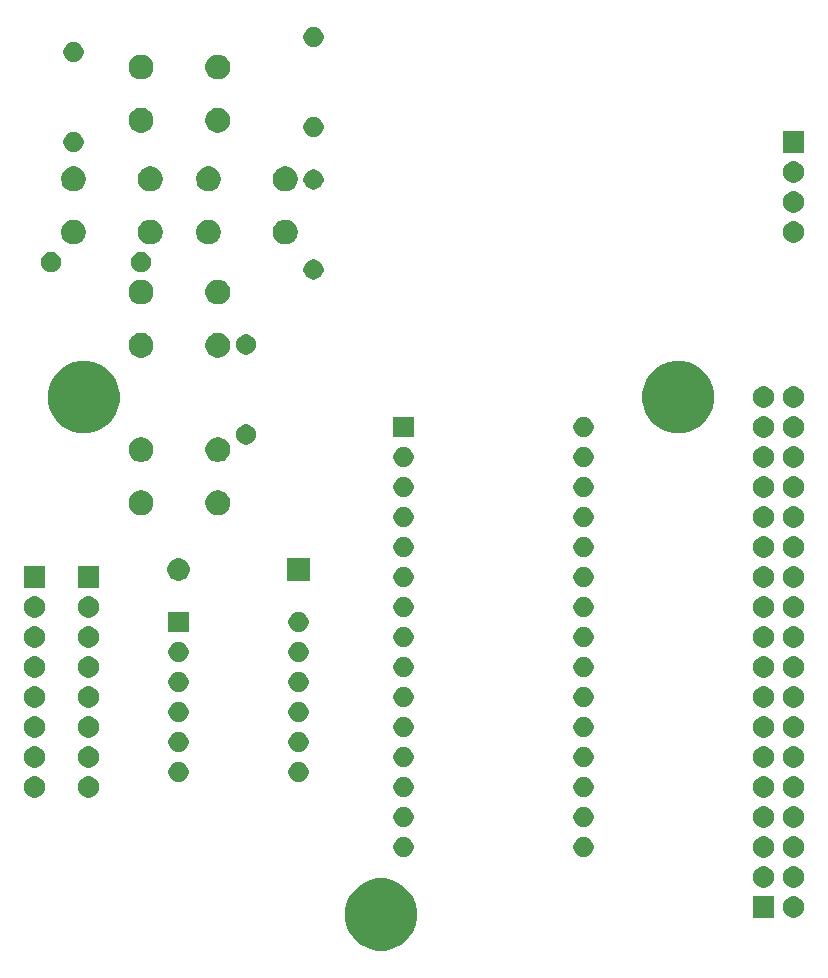
<source format=gbr>
G04 #@! TF.GenerationSoftware,KiCad,Pcbnew,(5.1.5)-3*
G04 #@! TF.CreationDate,2020-04-28T03:57:40+03:00*
G04 #@! TF.ProjectId,arduino-fanatec-pcb,61726475-696e-46f2-9d66-616e61746563,rev?*
G04 #@! TF.SameCoordinates,Original*
G04 #@! TF.FileFunction,Soldermask,Top*
G04 #@! TF.FilePolarity,Negative*
%FSLAX46Y46*%
G04 Gerber Fmt 4.6, Leading zero omitted, Abs format (unit mm)*
G04 Created by KiCad (PCBNEW (5.1.5)-3) date 2020-04-28 03:57:40*
%MOMM*%
%LPD*%
G04 APERTURE LIST*
%ADD10C,0.700000*%
G04 APERTURE END LIST*
D10*
G36*
X85344943Y-108191248D02*
G01*
X85900189Y-108421238D01*
X86148347Y-108587052D01*
X86399899Y-108755134D01*
X86824866Y-109180101D01*
X86824867Y-109180103D01*
X87158762Y-109679811D01*
X87388752Y-110235057D01*
X87506000Y-110824501D01*
X87506000Y-111425499D01*
X87388752Y-112014943D01*
X87158762Y-112570189D01*
X87158761Y-112570190D01*
X86824866Y-113069899D01*
X86399899Y-113494866D01*
X86148347Y-113662948D01*
X85900189Y-113828762D01*
X85344943Y-114058752D01*
X84755499Y-114176000D01*
X84154501Y-114176000D01*
X83565057Y-114058752D01*
X83009811Y-113828762D01*
X82761653Y-113662948D01*
X82510101Y-113494866D01*
X82085134Y-113069899D01*
X81751239Y-112570190D01*
X81751238Y-112570189D01*
X81521248Y-112014943D01*
X81404000Y-111425499D01*
X81404000Y-110824501D01*
X81521248Y-110235057D01*
X81751238Y-109679811D01*
X82085133Y-109180103D01*
X82085134Y-109180101D01*
X82510101Y-108755134D01*
X82761653Y-108587052D01*
X83009811Y-108421238D01*
X83565057Y-108191248D01*
X84154501Y-108074000D01*
X84755499Y-108074000D01*
X85344943Y-108191248D01*
G37*
G36*
X119493512Y-109593927D02*
G01*
X119642812Y-109623624D01*
X119806784Y-109691544D01*
X119954354Y-109790147D01*
X120079853Y-109915646D01*
X120178456Y-110063216D01*
X120246376Y-110227188D01*
X120281000Y-110401259D01*
X120281000Y-110578741D01*
X120246376Y-110752812D01*
X120178456Y-110916784D01*
X120079853Y-111064354D01*
X119954354Y-111189853D01*
X119806784Y-111288456D01*
X119642812Y-111356376D01*
X119493512Y-111386073D01*
X119468742Y-111391000D01*
X119291258Y-111391000D01*
X119266488Y-111386073D01*
X119117188Y-111356376D01*
X118953216Y-111288456D01*
X118805646Y-111189853D01*
X118680147Y-111064354D01*
X118581544Y-110916784D01*
X118513624Y-110752812D01*
X118479000Y-110578741D01*
X118479000Y-110401259D01*
X118513624Y-110227188D01*
X118581544Y-110063216D01*
X118680147Y-109915646D01*
X118805646Y-109790147D01*
X118953216Y-109691544D01*
X119117188Y-109623624D01*
X119266488Y-109593927D01*
X119291258Y-109589000D01*
X119468742Y-109589000D01*
X119493512Y-109593927D01*
G37*
G36*
X117741000Y-111391000D02*
G01*
X115939000Y-111391000D01*
X115939000Y-109589000D01*
X117741000Y-109589000D01*
X117741000Y-111391000D01*
G37*
G36*
X119493512Y-107053927D02*
G01*
X119642812Y-107083624D01*
X119806784Y-107151544D01*
X119954354Y-107250147D01*
X120079853Y-107375646D01*
X120178456Y-107523216D01*
X120246376Y-107687188D01*
X120281000Y-107861259D01*
X120281000Y-108038741D01*
X120246376Y-108212812D01*
X120178456Y-108376784D01*
X120079853Y-108524354D01*
X119954354Y-108649853D01*
X119806784Y-108748456D01*
X119642812Y-108816376D01*
X119493512Y-108846073D01*
X119468742Y-108851000D01*
X119291258Y-108851000D01*
X119266488Y-108846073D01*
X119117188Y-108816376D01*
X118953216Y-108748456D01*
X118805646Y-108649853D01*
X118680147Y-108524354D01*
X118581544Y-108376784D01*
X118513624Y-108212812D01*
X118479000Y-108038741D01*
X118479000Y-107861259D01*
X118513624Y-107687188D01*
X118581544Y-107523216D01*
X118680147Y-107375646D01*
X118805646Y-107250147D01*
X118953216Y-107151544D01*
X119117188Y-107083624D01*
X119266488Y-107053927D01*
X119291258Y-107049000D01*
X119468742Y-107049000D01*
X119493512Y-107053927D01*
G37*
G36*
X116953512Y-107053927D02*
G01*
X117102812Y-107083624D01*
X117266784Y-107151544D01*
X117414354Y-107250147D01*
X117539853Y-107375646D01*
X117638456Y-107523216D01*
X117706376Y-107687188D01*
X117741000Y-107861259D01*
X117741000Y-108038741D01*
X117706376Y-108212812D01*
X117638456Y-108376784D01*
X117539853Y-108524354D01*
X117414354Y-108649853D01*
X117266784Y-108748456D01*
X117102812Y-108816376D01*
X116953512Y-108846073D01*
X116928742Y-108851000D01*
X116751258Y-108851000D01*
X116726488Y-108846073D01*
X116577188Y-108816376D01*
X116413216Y-108748456D01*
X116265646Y-108649853D01*
X116140147Y-108524354D01*
X116041544Y-108376784D01*
X115973624Y-108212812D01*
X115939000Y-108038741D01*
X115939000Y-107861259D01*
X115973624Y-107687188D01*
X116041544Y-107523216D01*
X116140147Y-107375646D01*
X116265646Y-107250147D01*
X116413216Y-107151544D01*
X116577188Y-107083624D01*
X116726488Y-107053927D01*
X116751258Y-107049000D01*
X116928742Y-107049000D01*
X116953512Y-107053927D01*
G37*
G36*
X119493512Y-104513927D02*
G01*
X119642812Y-104543624D01*
X119806784Y-104611544D01*
X119954354Y-104710147D01*
X120079853Y-104835646D01*
X120178456Y-104983216D01*
X120246376Y-105147188D01*
X120281000Y-105321259D01*
X120281000Y-105498741D01*
X120246376Y-105672812D01*
X120178456Y-105836784D01*
X120079853Y-105984354D01*
X119954354Y-106109853D01*
X119806784Y-106208456D01*
X119642812Y-106276376D01*
X119493512Y-106306073D01*
X119468742Y-106311000D01*
X119291258Y-106311000D01*
X119266488Y-106306073D01*
X119117188Y-106276376D01*
X118953216Y-106208456D01*
X118805646Y-106109853D01*
X118680147Y-105984354D01*
X118581544Y-105836784D01*
X118513624Y-105672812D01*
X118479000Y-105498741D01*
X118479000Y-105321259D01*
X118513624Y-105147188D01*
X118581544Y-104983216D01*
X118680147Y-104835646D01*
X118805646Y-104710147D01*
X118953216Y-104611544D01*
X119117188Y-104543624D01*
X119266488Y-104513927D01*
X119291258Y-104509000D01*
X119468742Y-104509000D01*
X119493512Y-104513927D01*
G37*
G36*
X116953512Y-104513927D02*
G01*
X117102812Y-104543624D01*
X117266784Y-104611544D01*
X117414354Y-104710147D01*
X117539853Y-104835646D01*
X117638456Y-104983216D01*
X117706376Y-105147188D01*
X117741000Y-105321259D01*
X117741000Y-105498741D01*
X117706376Y-105672812D01*
X117638456Y-105836784D01*
X117539853Y-105984354D01*
X117414354Y-106109853D01*
X117266784Y-106208456D01*
X117102812Y-106276376D01*
X116953512Y-106306073D01*
X116928742Y-106311000D01*
X116751258Y-106311000D01*
X116726488Y-106306073D01*
X116577188Y-106276376D01*
X116413216Y-106208456D01*
X116265646Y-106109853D01*
X116140147Y-105984354D01*
X116041544Y-105836784D01*
X115973624Y-105672812D01*
X115939000Y-105498741D01*
X115939000Y-105321259D01*
X115973624Y-105147188D01*
X116041544Y-104983216D01*
X116140147Y-104835646D01*
X116265646Y-104710147D01*
X116413216Y-104611544D01*
X116577188Y-104543624D01*
X116726488Y-104513927D01*
X116751258Y-104509000D01*
X116928742Y-104509000D01*
X116953512Y-104513927D01*
G37*
G36*
X101848228Y-104591703D02*
G01*
X102003100Y-104655853D01*
X102142481Y-104748985D01*
X102261015Y-104867519D01*
X102354147Y-105006900D01*
X102418297Y-105161772D01*
X102451000Y-105326184D01*
X102451000Y-105493816D01*
X102418297Y-105658228D01*
X102354147Y-105813100D01*
X102261015Y-105952481D01*
X102142481Y-106071015D01*
X102003100Y-106164147D01*
X101848228Y-106228297D01*
X101683816Y-106261000D01*
X101516184Y-106261000D01*
X101351772Y-106228297D01*
X101196900Y-106164147D01*
X101057519Y-106071015D01*
X100938985Y-105952481D01*
X100845853Y-105813100D01*
X100781703Y-105658228D01*
X100749000Y-105493816D01*
X100749000Y-105326184D01*
X100781703Y-105161772D01*
X100845853Y-105006900D01*
X100938985Y-104867519D01*
X101057519Y-104748985D01*
X101196900Y-104655853D01*
X101351772Y-104591703D01*
X101516184Y-104559000D01*
X101683816Y-104559000D01*
X101848228Y-104591703D01*
G37*
G36*
X86608228Y-104591703D02*
G01*
X86763100Y-104655853D01*
X86902481Y-104748985D01*
X87021015Y-104867519D01*
X87114147Y-105006900D01*
X87178297Y-105161772D01*
X87211000Y-105326184D01*
X87211000Y-105493816D01*
X87178297Y-105658228D01*
X87114147Y-105813100D01*
X87021015Y-105952481D01*
X86902481Y-106071015D01*
X86763100Y-106164147D01*
X86608228Y-106228297D01*
X86443816Y-106261000D01*
X86276184Y-106261000D01*
X86111772Y-106228297D01*
X85956900Y-106164147D01*
X85817519Y-106071015D01*
X85698985Y-105952481D01*
X85605853Y-105813100D01*
X85541703Y-105658228D01*
X85509000Y-105493816D01*
X85509000Y-105326184D01*
X85541703Y-105161772D01*
X85605853Y-105006900D01*
X85698985Y-104867519D01*
X85817519Y-104748985D01*
X85956900Y-104655853D01*
X86111772Y-104591703D01*
X86276184Y-104559000D01*
X86443816Y-104559000D01*
X86608228Y-104591703D01*
G37*
G36*
X116953512Y-101973927D02*
G01*
X117102812Y-102003624D01*
X117266784Y-102071544D01*
X117414354Y-102170147D01*
X117539853Y-102295646D01*
X117638456Y-102443216D01*
X117706376Y-102607188D01*
X117741000Y-102781259D01*
X117741000Y-102958741D01*
X117706376Y-103132812D01*
X117638456Y-103296784D01*
X117539853Y-103444354D01*
X117414354Y-103569853D01*
X117266784Y-103668456D01*
X117102812Y-103736376D01*
X116953512Y-103766073D01*
X116928742Y-103771000D01*
X116751258Y-103771000D01*
X116726488Y-103766073D01*
X116577188Y-103736376D01*
X116413216Y-103668456D01*
X116265646Y-103569853D01*
X116140147Y-103444354D01*
X116041544Y-103296784D01*
X115973624Y-103132812D01*
X115939000Y-102958741D01*
X115939000Y-102781259D01*
X115973624Y-102607188D01*
X116041544Y-102443216D01*
X116140147Y-102295646D01*
X116265646Y-102170147D01*
X116413216Y-102071544D01*
X116577188Y-102003624D01*
X116726488Y-101973927D01*
X116751258Y-101969000D01*
X116928742Y-101969000D01*
X116953512Y-101973927D01*
G37*
G36*
X119493512Y-101973927D02*
G01*
X119642812Y-102003624D01*
X119806784Y-102071544D01*
X119954354Y-102170147D01*
X120079853Y-102295646D01*
X120178456Y-102443216D01*
X120246376Y-102607188D01*
X120281000Y-102781259D01*
X120281000Y-102958741D01*
X120246376Y-103132812D01*
X120178456Y-103296784D01*
X120079853Y-103444354D01*
X119954354Y-103569853D01*
X119806784Y-103668456D01*
X119642812Y-103736376D01*
X119493512Y-103766073D01*
X119468742Y-103771000D01*
X119291258Y-103771000D01*
X119266488Y-103766073D01*
X119117188Y-103736376D01*
X118953216Y-103668456D01*
X118805646Y-103569853D01*
X118680147Y-103444354D01*
X118581544Y-103296784D01*
X118513624Y-103132812D01*
X118479000Y-102958741D01*
X118479000Y-102781259D01*
X118513624Y-102607188D01*
X118581544Y-102443216D01*
X118680147Y-102295646D01*
X118805646Y-102170147D01*
X118953216Y-102071544D01*
X119117188Y-102003624D01*
X119266488Y-101973927D01*
X119291258Y-101969000D01*
X119468742Y-101969000D01*
X119493512Y-101973927D01*
G37*
G36*
X86608228Y-102051703D02*
G01*
X86763100Y-102115853D01*
X86902481Y-102208985D01*
X87021015Y-102327519D01*
X87114147Y-102466900D01*
X87178297Y-102621772D01*
X87211000Y-102786184D01*
X87211000Y-102953816D01*
X87178297Y-103118228D01*
X87114147Y-103273100D01*
X87021015Y-103412481D01*
X86902481Y-103531015D01*
X86763100Y-103624147D01*
X86608228Y-103688297D01*
X86443816Y-103721000D01*
X86276184Y-103721000D01*
X86111772Y-103688297D01*
X85956900Y-103624147D01*
X85817519Y-103531015D01*
X85698985Y-103412481D01*
X85605853Y-103273100D01*
X85541703Y-103118228D01*
X85509000Y-102953816D01*
X85509000Y-102786184D01*
X85541703Y-102621772D01*
X85605853Y-102466900D01*
X85698985Y-102327519D01*
X85817519Y-102208985D01*
X85956900Y-102115853D01*
X86111772Y-102051703D01*
X86276184Y-102019000D01*
X86443816Y-102019000D01*
X86608228Y-102051703D01*
G37*
G36*
X101848228Y-102051703D02*
G01*
X102003100Y-102115853D01*
X102142481Y-102208985D01*
X102261015Y-102327519D01*
X102354147Y-102466900D01*
X102418297Y-102621772D01*
X102451000Y-102786184D01*
X102451000Y-102953816D01*
X102418297Y-103118228D01*
X102354147Y-103273100D01*
X102261015Y-103412481D01*
X102142481Y-103531015D01*
X102003100Y-103624147D01*
X101848228Y-103688297D01*
X101683816Y-103721000D01*
X101516184Y-103721000D01*
X101351772Y-103688297D01*
X101196900Y-103624147D01*
X101057519Y-103531015D01*
X100938985Y-103412481D01*
X100845853Y-103273100D01*
X100781703Y-103118228D01*
X100749000Y-102953816D01*
X100749000Y-102786184D01*
X100781703Y-102621772D01*
X100845853Y-102466900D01*
X100938985Y-102327519D01*
X101057519Y-102208985D01*
X101196900Y-102115853D01*
X101351772Y-102051703D01*
X101516184Y-102019000D01*
X101683816Y-102019000D01*
X101848228Y-102051703D01*
G37*
G36*
X55231512Y-99433927D02*
G01*
X55380812Y-99463624D01*
X55544784Y-99531544D01*
X55692354Y-99630147D01*
X55817853Y-99755646D01*
X55916456Y-99903216D01*
X55984376Y-100067188D01*
X56019000Y-100241259D01*
X56019000Y-100418741D01*
X55984376Y-100592812D01*
X55916456Y-100756784D01*
X55817853Y-100904354D01*
X55692354Y-101029853D01*
X55544784Y-101128456D01*
X55380812Y-101196376D01*
X55231512Y-101226073D01*
X55206742Y-101231000D01*
X55029258Y-101231000D01*
X55004488Y-101226073D01*
X54855188Y-101196376D01*
X54691216Y-101128456D01*
X54543646Y-101029853D01*
X54418147Y-100904354D01*
X54319544Y-100756784D01*
X54251624Y-100592812D01*
X54217000Y-100418741D01*
X54217000Y-100241259D01*
X54251624Y-100067188D01*
X54319544Y-99903216D01*
X54418147Y-99755646D01*
X54543646Y-99630147D01*
X54691216Y-99531544D01*
X54855188Y-99463624D01*
X55004488Y-99433927D01*
X55029258Y-99429000D01*
X55206742Y-99429000D01*
X55231512Y-99433927D01*
G37*
G36*
X59803512Y-99433927D02*
G01*
X59952812Y-99463624D01*
X60116784Y-99531544D01*
X60264354Y-99630147D01*
X60389853Y-99755646D01*
X60488456Y-99903216D01*
X60556376Y-100067188D01*
X60591000Y-100241259D01*
X60591000Y-100418741D01*
X60556376Y-100592812D01*
X60488456Y-100756784D01*
X60389853Y-100904354D01*
X60264354Y-101029853D01*
X60116784Y-101128456D01*
X59952812Y-101196376D01*
X59803512Y-101226073D01*
X59778742Y-101231000D01*
X59601258Y-101231000D01*
X59576488Y-101226073D01*
X59427188Y-101196376D01*
X59263216Y-101128456D01*
X59115646Y-101029853D01*
X58990147Y-100904354D01*
X58891544Y-100756784D01*
X58823624Y-100592812D01*
X58789000Y-100418741D01*
X58789000Y-100241259D01*
X58823624Y-100067188D01*
X58891544Y-99903216D01*
X58990147Y-99755646D01*
X59115646Y-99630147D01*
X59263216Y-99531544D01*
X59427188Y-99463624D01*
X59576488Y-99433927D01*
X59601258Y-99429000D01*
X59778742Y-99429000D01*
X59803512Y-99433927D01*
G37*
G36*
X119493512Y-99433927D02*
G01*
X119642812Y-99463624D01*
X119806784Y-99531544D01*
X119954354Y-99630147D01*
X120079853Y-99755646D01*
X120178456Y-99903216D01*
X120246376Y-100067188D01*
X120281000Y-100241259D01*
X120281000Y-100418741D01*
X120246376Y-100592812D01*
X120178456Y-100756784D01*
X120079853Y-100904354D01*
X119954354Y-101029853D01*
X119806784Y-101128456D01*
X119642812Y-101196376D01*
X119493512Y-101226073D01*
X119468742Y-101231000D01*
X119291258Y-101231000D01*
X119266488Y-101226073D01*
X119117188Y-101196376D01*
X118953216Y-101128456D01*
X118805646Y-101029853D01*
X118680147Y-100904354D01*
X118581544Y-100756784D01*
X118513624Y-100592812D01*
X118479000Y-100418741D01*
X118479000Y-100241259D01*
X118513624Y-100067188D01*
X118581544Y-99903216D01*
X118680147Y-99755646D01*
X118805646Y-99630147D01*
X118953216Y-99531544D01*
X119117188Y-99463624D01*
X119266488Y-99433927D01*
X119291258Y-99429000D01*
X119468742Y-99429000D01*
X119493512Y-99433927D01*
G37*
G36*
X116953512Y-99433927D02*
G01*
X117102812Y-99463624D01*
X117266784Y-99531544D01*
X117414354Y-99630147D01*
X117539853Y-99755646D01*
X117638456Y-99903216D01*
X117706376Y-100067188D01*
X117741000Y-100241259D01*
X117741000Y-100418741D01*
X117706376Y-100592812D01*
X117638456Y-100756784D01*
X117539853Y-100904354D01*
X117414354Y-101029853D01*
X117266784Y-101128456D01*
X117102812Y-101196376D01*
X116953512Y-101226073D01*
X116928742Y-101231000D01*
X116751258Y-101231000D01*
X116726488Y-101226073D01*
X116577188Y-101196376D01*
X116413216Y-101128456D01*
X116265646Y-101029853D01*
X116140147Y-100904354D01*
X116041544Y-100756784D01*
X115973624Y-100592812D01*
X115939000Y-100418741D01*
X115939000Y-100241259D01*
X115973624Y-100067188D01*
X116041544Y-99903216D01*
X116140147Y-99755646D01*
X116265646Y-99630147D01*
X116413216Y-99531544D01*
X116577188Y-99463624D01*
X116726488Y-99433927D01*
X116751258Y-99429000D01*
X116928742Y-99429000D01*
X116953512Y-99433927D01*
G37*
G36*
X101848228Y-99511703D02*
G01*
X102003100Y-99575853D01*
X102142481Y-99668985D01*
X102261015Y-99787519D01*
X102354147Y-99926900D01*
X102418297Y-100081772D01*
X102451000Y-100246184D01*
X102451000Y-100413816D01*
X102418297Y-100578228D01*
X102354147Y-100733100D01*
X102261015Y-100872481D01*
X102142481Y-100991015D01*
X102003100Y-101084147D01*
X101848228Y-101148297D01*
X101683816Y-101181000D01*
X101516184Y-101181000D01*
X101351772Y-101148297D01*
X101196900Y-101084147D01*
X101057519Y-100991015D01*
X100938985Y-100872481D01*
X100845853Y-100733100D01*
X100781703Y-100578228D01*
X100749000Y-100413816D01*
X100749000Y-100246184D01*
X100781703Y-100081772D01*
X100845853Y-99926900D01*
X100938985Y-99787519D01*
X101057519Y-99668985D01*
X101196900Y-99575853D01*
X101351772Y-99511703D01*
X101516184Y-99479000D01*
X101683816Y-99479000D01*
X101848228Y-99511703D01*
G37*
G36*
X86608228Y-99511703D02*
G01*
X86763100Y-99575853D01*
X86902481Y-99668985D01*
X87021015Y-99787519D01*
X87114147Y-99926900D01*
X87178297Y-100081772D01*
X87211000Y-100246184D01*
X87211000Y-100413816D01*
X87178297Y-100578228D01*
X87114147Y-100733100D01*
X87021015Y-100872481D01*
X86902481Y-100991015D01*
X86763100Y-101084147D01*
X86608228Y-101148297D01*
X86443816Y-101181000D01*
X86276184Y-101181000D01*
X86111772Y-101148297D01*
X85956900Y-101084147D01*
X85817519Y-100991015D01*
X85698985Y-100872481D01*
X85605853Y-100733100D01*
X85541703Y-100578228D01*
X85509000Y-100413816D01*
X85509000Y-100246184D01*
X85541703Y-100081772D01*
X85605853Y-99926900D01*
X85698985Y-99787519D01*
X85817519Y-99668985D01*
X85956900Y-99575853D01*
X86111772Y-99511703D01*
X86276184Y-99479000D01*
X86443816Y-99479000D01*
X86608228Y-99511703D01*
G37*
G36*
X77718228Y-98241703D02*
G01*
X77873100Y-98305853D01*
X78012481Y-98398985D01*
X78131015Y-98517519D01*
X78224147Y-98656900D01*
X78288297Y-98811772D01*
X78321000Y-98976184D01*
X78321000Y-99143816D01*
X78288297Y-99308228D01*
X78224147Y-99463100D01*
X78131015Y-99602481D01*
X78012481Y-99721015D01*
X77873100Y-99814147D01*
X77718228Y-99878297D01*
X77553816Y-99911000D01*
X77386184Y-99911000D01*
X77221772Y-99878297D01*
X77066900Y-99814147D01*
X76927519Y-99721015D01*
X76808985Y-99602481D01*
X76715853Y-99463100D01*
X76651703Y-99308228D01*
X76619000Y-99143816D01*
X76619000Y-98976184D01*
X76651703Y-98811772D01*
X76715853Y-98656900D01*
X76808985Y-98517519D01*
X76927519Y-98398985D01*
X77066900Y-98305853D01*
X77221772Y-98241703D01*
X77386184Y-98209000D01*
X77553816Y-98209000D01*
X77718228Y-98241703D01*
G37*
G36*
X67558228Y-98241703D02*
G01*
X67713100Y-98305853D01*
X67852481Y-98398985D01*
X67971015Y-98517519D01*
X68064147Y-98656900D01*
X68128297Y-98811772D01*
X68161000Y-98976184D01*
X68161000Y-99143816D01*
X68128297Y-99308228D01*
X68064147Y-99463100D01*
X67971015Y-99602481D01*
X67852481Y-99721015D01*
X67713100Y-99814147D01*
X67558228Y-99878297D01*
X67393816Y-99911000D01*
X67226184Y-99911000D01*
X67061772Y-99878297D01*
X66906900Y-99814147D01*
X66767519Y-99721015D01*
X66648985Y-99602481D01*
X66555853Y-99463100D01*
X66491703Y-99308228D01*
X66459000Y-99143816D01*
X66459000Y-98976184D01*
X66491703Y-98811772D01*
X66555853Y-98656900D01*
X66648985Y-98517519D01*
X66767519Y-98398985D01*
X66906900Y-98305853D01*
X67061772Y-98241703D01*
X67226184Y-98209000D01*
X67393816Y-98209000D01*
X67558228Y-98241703D01*
G37*
G36*
X116953512Y-96893927D02*
G01*
X117102812Y-96923624D01*
X117266784Y-96991544D01*
X117414354Y-97090147D01*
X117539853Y-97215646D01*
X117638456Y-97363216D01*
X117706376Y-97527188D01*
X117741000Y-97701259D01*
X117741000Y-97878741D01*
X117706376Y-98052812D01*
X117638456Y-98216784D01*
X117539853Y-98364354D01*
X117414354Y-98489853D01*
X117266784Y-98588456D01*
X117102812Y-98656376D01*
X116953512Y-98686073D01*
X116928742Y-98691000D01*
X116751258Y-98691000D01*
X116726488Y-98686073D01*
X116577188Y-98656376D01*
X116413216Y-98588456D01*
X116265646Y-98489853D01*
X116140147Y-98364354D01*
X116041544Y-98216784D01*
X115973624Y-98052812D01*
X115939000Y-97878741D01*
X115939000Y-97701259D01*
X115973624Y-97527188D01*
X116041544Y-97363216D01*
X116140147Y-97215646D01*
X116265646Y-97090147D01*
X116413216Y-96991544D01*
X116577188Y-96923624D01*
X116726488Y-96893927D01*
X116751258Y-96889000D01*
X116928742Y-96889000D01*
X116953512Y-96893927D01*
G37*
G36*
X59803512Y-96893927D02*
G01*
X59952812Y-96923624D01*
X60116784Y-96991544D01*
X60264354Y-97090147D01*
X60389853Y-97215646D01*
X60488456Y-97363216D01*
X60556376Y-97527188D01*
X60591000Y-97701259D01*
X60591000Y-97878741D01*
X60556376Y-98052812D01*
X60488456Y-98216784D01*
X60389853Y-98364354D01*
X60264354Y-98489853D01*
X60116784Y-98588456D01*
X59952812Y-98656376D01*
X59803512Y-98686073D01*
X59778742Y-98691000D01*
X59601258Y-98691000D01*
X59576488Y-98686073D01*
X59427188Y-98656376D01*
X59263216Y-98588456D01*
X59115646Y-98489853D01*
X58990147Y-98364354D01*
X58891544Y-98216784D01*
X58823624Y-98052812D01*
X58789000Y-97878741D01*
X58789000Y-97701259D01*
X58823624Y-97527188D01*
X58891544Y-97363216D01*
X58990147Y-97215646D01*
X59115646Y-97090147D01*
X59263216Y-96991544D01*
X59427188Y-96923624D01*
X59576488Y-96893927D01*
X59601258Y-96889000D01*
X59778742Y-96889000D01*
X59803512Y-96893927D01*
G37*
G36*
X55231512Y-96893927D02*
G01*
X55380812Y-96923624D01*
X55544784Y-96991544D01*
X55692354Y-97090147D01*
X55817853Y-97215646D01*
X55916456Y-97363216D01*
X55984376Y-97527188D01*
X56019000Y-97701259D01*
X56019000Y-97878741D01*
X55984376Y-98052812D01*
X55916456Y-98216784D01*
X55817853Y-98364354D01*
X55692354Y-98489853D01*
X55544784Y-98588456D01*
X55380812Y-98656376D01*
X55231512Y-98686073D01*
X55206742Y-98691000D01*
X55029258Y-98691000D01*
X55004488Y-98686073D01*
X54855188Y-98656376D01*
X54691216Y-98588456D01*
X54543646Y-98489853D01*
X54418147Y-98364354D01*
X54319544Y-98216784D01*
X54251624Y-98052812D01*
X54217000Y-97878741D01*
X54217000Y-97701259D01*
X54251624Y-97527188D01*
X54319544Y-97363216D01*
X54418147Y-97215646D01*
X54543646Y-97090147D01*
X54691216Y-96991544D01*
X54855188Y-96923624D01*
X55004488Y-96893927D01*
X55029258Y-96889000D01*
X55206742Y-96889000D01*
X55231512Y-96893927D01*
G37*
G36*
X119493512Y-96893927D02*
G01*
X119642812Y-96923624D01*
X119806784Y-96991544D01*
X119954354Y-97090147D01*
X120079853Y-97215646D01*
X120178456Y-97363216D01*
X120246376Y-97527188D01*
X120281000Y-97701259D01*
X120281000Y-97878741D01*
X120246376Y-98052812D01*
X120178456Y-98216784D01*
X120079853Y-98364354D01*
X119954354Y-98489853D01*
X119806784Y-98588456D01*
X119642812Y-98656376D01*
X119493512Y-98686073D01*
X119468742Y-98691000D01*
X119291258Y-98691000D01*
X119266488Y-98686073D01*
X119117188Y-98656376D01*
X118953216Y-98588456D01*
X118805646Y-98489853D01*
X118680147Y-98364354D01*
X118581544Y-98216784D01*
X118513624Y-98052812D01*
X118479000Y-97878741D01*
X118479000Y-97701259D01*
X118513624Y-97527188D01*
X118581544Y-97363216D01*
X118680147Y-97215646D01*
X118805646Y-97090147D01*
X118953216Y-96991544D01*
X119117188Y-96923624D01*
X119266488Y-96893927D01*
X119291258Y-96889000D01*
X119468742Y-96889000D01*
X119493512Y-96893927D01*
G37*
G36*
X101848228Y-96971703D02*
G01*
X102003100Y-97035853D01*
X102142481Y-97128985D01*
X102261015Y-97247519D01*
X102354147Y-97386900D01*
X102418297Y-97541772D01*
X102451000Y-97706184D01*
X102451000Y-97873816D01*
X102418297Y-98038228D01*
X102354147Y-98193100D01*
X102261015Y-98332481D01*
X102142481Y-98451015D01*
X102003100Y-98544147D01*
X101848228Y-98608297D01*
X101683816Y-98641000D01*
X101516184Y-98641000D01*
X101351772Y-98608297D01*
X101196900Y-98544147D01*
X101057519Y-98451015D01*
X100938985Y-98332481D01*
X100845853Y-98193100D01*
X100781703Y-98038228D01*
X100749000Y-97873816D01*
X100749000Y-97706184D01*
X100781703Y-97541772D01*
X100845853Y-97386900D01*
X100938985Y-97247519D01*
X101057519Y-97128985D01*
X101196900Y-97035853D01*
X101351772Y-96971703D01*
X101516184Y-96939000D01*
X101683816Y-96939000D01*
X101848228Y-96971703D01*
G37*
G36*
X86608228Y-96971703D02*
G01*
X86763100Y-97035853D01*
X86902481Y-97128985D01*
X87021015Y-97247519D01*
X87114147Y-97386900D01*
X87178297Y-97541772D01*
X87211000Y-97706184D01*
X87211000Y-97873816D01*
X87178297Y-98038228D01*
X87114147Y-98193100D01*
X87021015Y-98332481D01*
X86902481Y-98451015D01*
X86763100Y-98544147D01*
X86608228Y-98608297D01*
X86443816Y-98641000D01*
X86276184Y-98641000D01*
X86111772Y-98608297D01*
X85956900Y-98544147D01*
X85817519Y-98451015D01*
X85698985Y-98332481D01*
X85605853Y-98193100D01*
X85541703Y-98038228D01*
X85509000Y-97873816D01*
X85509000Y-97706184D01*
X85541703Y-97541772D01*
X85605853Y-97386900D01*
X85698985Y-97247519D01*
X85817519Y-97128985D01*
X85956900Y-97035853D01*
X86111772Y-96971703D01*
X86276184Y-96939000D01*
X86443816Y-96939000D01*
X86608228Y-96971703D01*
G37*
G36*
X77718228Y-95701703D02*
G01*
X77873100Y-95765853D01*
X78012481Y-95858985D01*
X78131015Y-95977519D01*
X78224147Y-96116900D01*
X78288297Y-96271772D01*
X78321000Y-96436184D01*
X78321000Y-96603816D01*
X78288297Y-96768228D01*
X78224147Y-96923100D01*
X78131015Y-97062481D01*
X78012481Y-97181015D01*
X77873100Y-97274147D01*
X77718228Y-97338297D01*
X77553816Y-97371000D01*
X77386184Y-97371000D01*
X77221772Y-97338297D01*
X77066900Y-97274147D01*
X76927519Y-97181015D01*
X76808985Y-97062481D01*
X76715853Y-96923100D01*
X76651703Y-96768228D01*
X76619000Y-96603816D01*
X76619000Y-96436184D01*
X76651703Y-96271772D01*
X76715853Y-96116900D01*
X76808985Y-95977519D01*
X76927519Y-95858985D01*
X77066900Y-95765853D01*
X77221772Y-95701703D01*
X77386184Y-95669000D01*
X77553816Y-95669000D01*
X77718228Y-95701703D01*
G37*
G36*
X67558228Y-95701703D02*
G01*
X67713100Y-95765853D01*
X67852481Y-95858985D01*
X67971015Y-95977519D01*
X68064147Y-96116900D01*
X68128297Y-96271772D01*
X68161000Y-96436184D01*
X68161000Y-96603816D01*
X68128297Y-96768228D01*
X68064147Y-96923100D01*
X67971015Y-97062481D01*
X67852481Y-97181015D01*
X67713100Y-97274147D01*
X67558228Y-97338297D01*
X67393816Y-97371000D01*
X67226184Y-97371000D01*
X67061772Y-97338297D01*
X66906900Y-97274147D01*
X66767519Y-97181015D01*
X66648985Y-97062481D01*
X66555853Y-96923100D01*
X66491703Y-96768228D01*
X66459000Y-96603816D01*
X66459000Y-96436184D01*
X66491703Y-96271772D01*
X66555853Y-96116900D01*
X66648985Y-95977519D01*
X66767519Y-95858985D01*
X66906900Y-95765853D01*
X67061772Y-95701703D01*
X67226184Y-95669000D01*
X67393816Y-95669000D01*
X67558228Y-95701703D01*
G37*
G36*
X55231512Y-94353927D02*
G01*
X55380812Y-94383624D01*
X55544784Y-94451544D01*
X55692354Y-94550147D01*
X55817853Y-94675646D01*
X55916456Y-94823216D01*
X55984376Y-94987188D01*
X56019000Y-95161259D01*
X56019000Y-95338741D01*
X55984376Y-95512812D01*
X55916456Y-95676784D01*
X55817853Y-95824354D01*
X55692354Y-95949853D01*
X55544784Y-96048456D01*
X55380812Y-96116376D01*
X55231512Y-96146073D01*
X55206742Y-96151000D01*
X55029258Y-96151000D01*
X55004488Y-96146073D01*
X54855188Y-96116376D01*
X54691216Y-96048456D01*
X54543646Y-95949853D01*
X54418147Y-95824354D01*
X54319544Y-95676784D01*
X54251624Y-95512812D01*
X54217000Y-95338741D01*
X54217000Y-95161259D01*
X54251624Y-94987188D01*
X54319544Y-94823216D01*
X54418147Y-94675646D01*
X54543646Y-94550147D01*
X54691216Y-94451544D01*
X54855188Y-94383624D01*
X55004488Y-94353927D01*
X55029258Y-94349000D01*
X55206742Y-94349000D01*
X55231512Y-94353927D01*
G37*
G36*
X59803512Y-94353927D02*
G01*
X59952812Y-94383624D01*
X60116784Y-94451544D01*
X60264354Y-94550147D01*
X60389853Y-94675646D01*
X60488456Y-94823216D01*
X60556376Y-94987188D01*
X60591000Y-95161259D01*
X60591000Y-95338741D01*
X60556376Y-95512812D01*
X60488456Y-95676784D01*
X60389853Y-95824354D01*
X60264354Y-95949853D01*
X60116784Y-96048456D01*
X59952812Y-96116376D01*
X59803512Y-96146073D01*
X59778742Y-96151000D01*
X59601258Y-96151000D01*
X59576488Y-96146073D01*
X59427188Y-96116376D01*
X59263216Y-96048456D01*
X59115646Y-95949853D01*
X58990147Y-95824354D01*
X58891544Y-95676784D01*
X58823624Y-95512812D01*
X58789000Y-95338741D01*
X58789000Y-95161259D01*
X58823624Y-94987188D01*
X58891544Y-94823216D01*
X58990147Y-94675646D01*
X59115646Y-94550147D01*
X59263216Y-94451544D01*
X59427188Y-94383624D01*
X59576488Y-94353927D01*
X59601258Y-94349000D01*
X59778742Y-94349000D01*
X59803512Y-94353927D01*
G37*
G36*
X119493512Y-94353927D02*
G01*
X119642812Y-94383624D01*
X119806784Y-94451544D01*
X119954354Y-94550147D01*
X120079853Y-94675646D01*
X120178456Y-94823216D01*
X120246376Y-94987188D01*
X120281000Y-95161259D01*
X120281000Y-95338741D01*
X120246376Y-95512812D01*
X120178456Y-95676784D01*
X120079853Y-95824354D01*
X119954354Y-95949853D01*
X119806784Y-96048456D01*
X119642812Y-96116376D01*
X119493512Y-96146073D01*
X119468742Y-96151000D01*
X119291258Y-96151000D01*
X119266488Y-96146073D01*
X119117188Y-96116376D01*
X118953216Y-96048456D01*
X118805646Y-95949853D01*
X118680147Y-95824354D01*
X118581544Y-95676784D01*
X118513624Y-95512812D01*
X118479000Y-95338741D01*
X118479000Y-95161259D01*
X118513624Y-94987188D01*
X118581544Y-94823216D01*
X118680147Y-94675646D01*
X118805646Y-94550147D01*
X118953216Y-94451544D01*
X119117188Y-94383624D01*
X119266488Y-94353927D01*
X119291258Y-94349000D01*
X119468742Y-94349000D01*
X119493512Y-94353927D01*
G37*
G36*
X116953512Y-94353927D02*
G01*
X117102812Y-94383624D01*
X117266784Y-94451544D01*
X117414354Y-94550147D01*
X117539853Y-94675646D01*
X117638456Y-94823216D01*
X117706376Y-94987188D01*
X117741000Y-95161259D01*
X117741000Y-95338741D01*
X117706376Y-95512812D01*
X117638456Y-95676784D01*
X117539853Y-95824354D01*
X117414354Y-95949853D01*
X117266784Y-96048456D01*
X117102812Y-96116376D01*
X116953512Y-96146073D01*
X116928742Y-96151000D01*
X116751258Y-96151000D01*
X116726488Y-96146073D01*
X116577188Y-96116376D01*
X116413216Y-96048456D01*
X116265646Y-95949853D01*
X116140147Y-95824354D01*
X116041544Y-95676784D01*
X115973624Y-95512812D01*
X115939000Y-95338741D01*
X115939000Y-95161259D01*
X115973624Y-94987188D01*
X116041544Y-94823216D01*
X116140147Y-94675646D01*
X116265646Y-94550147D01*
X116413216Y-94451544D01*
X116577188Y-94383624D01*
X116726488Y-94353927D01*
X116751258Y-94349000D01*
X116928742Y-94349000D01*
X116953512Y-94353927D01*
G37*
G36*
X101848228Y-94431703D02*
G01*
X102003100Y-94495853D01*
X102142481Y-94588985D01*
X102261015Y-94707519D01*
X102354147Y-94846900D01*
X102418297Y-95001772D01*
X102451000Y-95166184D01*
X102451000Y-95333816D01*
X102418297Y-95498228D01*
X102354147Y-95653100D01*
X102261015Y-95792481D01*
X102142481Y-95911015D01*
X102003100Y-96004147D01*
X101848228Y-96068297D01*
X101683816Y-96101000D01*
X101516184Y-96101000D01*
X101351772Y-96068297D01*
X101196900Y-96004147D01*
X101057519Y-95911015D01*
X100938985Y-95792481D01*
X100845853Y-95653100D01*
X100781703Y-95498228D01*
X100749000Y-95333816D01*
X100749000Y-95166184D01*
X100781703Y-95001772D01*
X100845853Y-94846900D01*
X100938985Y-94707519D01*
X101057519Y-94588985D01*
X101196900Y-94495853D01*
X101351772Y-94431703D01*
X101516184Y-94399000D01*
X101683816Y-94399000D01*
X101848228Y-94431703D01*
G37*
G36*
X86608228Y-94431703D02*
G01*
X86763100Y-94495853D01*
X86902481Y-94588985D01*
X87021015Y-94707519D01*
X87114147Y-94846900D01*
X87178297Y-95001772D01*
X87211000Y-95166184D01*
X87211000Y-95333816D01*
X87178297Y-95498228D01*
X87114147Y-95653100D01*
X87021015Y-95792481D01*
X86902481Y-95911015D01*
X86763100Y-96004147D01*
X86608228Y-96068297D01*
X86443816Y-96101000D01*
X86276184Y-96101000D01*
X86111772Y-96068297D01*
X85956900Y-96004147D01*
X85817519Y-95911015D01*
X85698985Y-95792481D01*
X85605853Y-95653100D01*
X85541703Y-95498228D01*
X85509000Y-95333816D01*
X85509000Y-95166184D01*
X85541703Y-95001772D01*
X85605853Y-94846900D01*
X85698985Y-94707519D01*
X85817519Y-94588985D01*
X85956900Y-94495853D01*
X86111772Y-94431703D01*
X86276184Y-94399000D01*
X86443816Y-94399000D01*
X86608228Y-94431703D01*
G37*
G36*
X67558228Y-93161703D02*
G01*
X67713100Y-93225853D01*
X67852481Y-93318985D01*
X67971015Y-93437519D01*
X68064147Y-93576900D01*
X68128297Y-93731772D01*
X68161000Y-93896184D01*
X68161000Y-94063816D01*
X68128297Y-94228228D01*
X68064147Y-94383100D01*
X67971015Y-94522481D01*
X67852481Y-94641015D01*
X67713100Y-94734147D01*
X67558228Y-94798297D01*
X67393816Y-94831000D01*
X67226184Y-94831000D01*
X67061772Y-94798297D01*
X66906900Y-94734147D01*
X66767519Y-94641015D01*
X66648985Y-94522481D01*
X66555853Y-94383100D01*
X66491703Y-94228228D01*
X66459000Y-94063816D01*
X66459000Y-93896184D01*
X66491703Y-93731772D01*
X66555853Y-93576900D01*
X66648985Y-93437519D01*
X66767519Y-93318985D01*
X66906900Y-93225853D01*
X67061772Y-93161703D01*
X67226184Y-93129000D01*
X67393816Y-93129000D01*
X67558228Y-93161703D01*
G37*
G36*
X77718228Y-93161703D02*
G01*
X77873100Y-93225853D01*
X78012481Y-93318985D01*
X78131015Y-93437519D01*
X78224147Y-93576900D01*
X78288297Y-93731772D01*
X78321000Y-93896184D01*
X78321000Y-94063816D01*
X78288297Y-94228228D01*
X78224147Y-94383100D01*
X78131015Y-94522481D01*
X78012481Y-94641015D01*
X77873100Y-94734147D01*
X77718228Y-94798297D01*
X77553816Y-94831000D01*
X77386184Y-94831000D01*
X77221772Y-94798297D01*
X77066900Y-94734147D01*
X76927519Y-94641015D01*
X76808985Y-94522481D01*
X76715853Y-94383100D01*
X76651703Y-94228228D01*
X76619000Y-94063816D01*
X76619000Y-93896184D01*
X76651703Y-93731772D01*
X76715853Y-93576900D01*
X76808985Y-93437519D01*
X76927519Y-93318985D01*
X77066900Y-93225853D01*
X77221772Y-93161703D01*
X77386184Y-93129000D01*
X77553816Y-93129000D01*
X77718228Y-93161703D01*
G37*
G36*
X55231512Y-91813927D02*
G01*
X55380812Y-91843624D01*
X55544784Y-91911544D01*
X55692354Y-92010147D01*
X55817853Y-92135646D01*
X55916456Y-92283216D01*
X55984376Y-92447188D01*
X56019000Y-92621259D01*
X56019000Y-92798741D01*
X55984376Y-92972812D01*
X55916456Y-93136784D01*
X55817853Y-93284354D01*
X55692354Y-93409853D01*
X55544784Y-93508456D01*
X55380812Y-93576376D01*
X55231512Y-93606073D01*
X55206742Y-93611000D01*
X55029258Y-93611000D01*
X55004488Y-93606073D01*
X54855188Y-93576376D01*
X54691216Y-93508456D01*
X54543646Y-93409853D01*
X54418147Y-93284354D01*
X54319544Y-93136784D01*
X54251624Y-92972812D01*
X54217000Y-92798741D01*
X54217000Y-92621259D01*
X54251624Y-92447188D01*
X54319544Y-92283216D01*
X54418147Y-92135646D01*
X54543646Y-92010147D01*
X54691216Y-91911544D01*
X54855188Y-91843624D01*
X55004488Y-91813927D01*
X55029258Y-91809000D01*
X55206742Y-91809000D01*
X55231512Y-91813927D01*
G37*
G36*
X119493512Y-91813927D02*
G01*
X119642812Y-91843624D01*
X119806784Y-91911544D01*
X119954354Y-92010147D01*
X120079853Y-92135646D01*
X120178456Y-92283216D01*
X120246376Y-92447188D01*
X120281000Y-92621259D01*
X120281000Y-92798741D01*
X120246376Y-92972812D01*
X120178456Y-93136784D01*
X120079853Y-93284354D01*
X119954354Y-93409853D01*
X119806784Y-93508456D01*
X119642812Y-93576376D01*
X119493512Y-93606073D01*
X119468742Y-93611000D01*
X119291258Y-93611000D01*
X119266488Y-93606073D01*
X119117188Y-93576376D01*
X118953216Y-93508456D01*
X118805646Y-93409853D01*
X118680147Y-93284354D01*
X118581544Y-93136784D01*
X118513624Y-92972812D01*
X118479000Y-92798741D01*
X118479000Y-92621259D01*
X118513624Y-92447188D01*
X118581544Y-92283216D01*
X118680147Y-92135646D01*
X118805646Y-92010147D01*
X118953216Y-91911544D01*
X119117188Y-91843624D01*
X119266488Y-91813927D01*
X119291258Y-91809000D01*
X119468742Y-91809000D01*
X119493512Y-91813927D01*
G37*
G36*
X116953512Y-91813927D02*
G01*
X117102812Y-91843624D01*
X117266784Y-91911544D01*
X117414354Y-92010147D01*
X117539853Y-92135646D01*
X117638456Y-92283216D01*
X117706376Y-92447188D01*
X117741000Y-92621259D01*
X117741000Y-92798741D01*
X117706376Y-92972812D01*
X117638456Y-93136784D01*
X117539853Y-93284354D01*
X117414354Y-93409853D01*
X117266784Y-93508456D01*
X117102812Y-93576376D01*
X116953512Y-93606073D01*
X116928742Y-93611000D01*
X116751258Y-93611000D01*
X116726488Y-93606073D01*
X116577188Y-93576376D01*
X116413216Y-93508456D01*
X116265646Y-93409853D01*
X116140147Y-93284354D01*
X116041544Y-93136784D01*
X115973624Y-92972812D01*
X115939000Y-92798741D01*
X115939000Y-92621259D01*
X115973624Y-92447188D01*
X116041544Y-92283216D01*
X116140147Y-92135646D01*
X116265646Y-92010147D01*
X116413216Y-91911544D01*
X116577188Y-91843624D01*
X116726488Y-91813927D01*
X116751258Y-91809000D01*
X116928742Y-91809000D01*
X116953512Y-91813927D01*
G37*
G36*
X59803512Y-91813927D02*
G01*
X59952812Y-91843624D01*
X60116784Y-91911544D01*
X60264354Y-92010147D01*
X60389853Y-92135646D01*
X60488456Y-92283216D01*
X60556376Y-92447188D01*
X60591000Y-92621259D01*
X60591000Y-92798741D01*
X60556376Y-92972812D01*
X60488456Y-93136784D01*
X60389853Y-93284354D01*
X60264354Y-93409853D01*
X60116784Y-93508456D01*
X59952812Y-93576376D01*
X59803512Y-93606073D01*
X59778742Y-93611000D01*
X59601258Y-93611000D01*
X59576488Y-93606073D01*
X59427188Y-93576376D01*
X59263216Y-93508456D01*
X59115646Y-93409853D01*
X58990147Y-93284354D01*
X58891544Y-93136784D01*
X58823624Y-92972812D01*
X58789000Y-92798741D01*
X58789000Y-92621259D01*
X58823624Y-92447188D01*
X58891544Y-92283216D01*
X58990147Y-92135646D01*
X59115646Y-92010147D01*
X59263216Y-91911544D01*
X59427188Y-91843624D01*
X59576488Y-91813927D01*
X59601258Y-91809000D01*
X59778742Y-91809000D01*
X59803512Y-91813927D01*
G37*
G36*
X101848228Y-91891703D02*
G01*
X102003100Y-91955853D01*
X102142481Y-92048985D01*
X102261015Y-92167519D01*
X102354147Y-92306900D01*
X102418297Y-92461772D01*
X102451000Y-92626184D01*
X102451000Y-92793816D01*
X102418297Y-92958228D01*
X102354147Y-93113100D01*
X102261015Y-93252481D01*
X102142481Y-93371015D01*
X102003100Y-93464147D01*
X101848228Y-93528297D01*
X101683816Y-93561000D01*
X101516184Y-93561000D01*
X101351772Y-93528297D01*
X101196900Y-93464147D01*
X101057519Y-93371015D01*
X100938985Y-93252481D01*
X100845853Y-93113100D01*
X100781703Y-92958228D01*
X100749000Y-92793816D01*
X100749000Y-92626184D01*
X100781703Y-92461772D01*
X100845853Y-92306900D01*
X100938985Y-92167519D01*
X101057519Y-92048985D01*
X101196900Y-91955853D01*
X101351772Y-91891703D01*
X101516184Y-91859000D01*
X101683816Y-91859000D01*
X101848228Y-91891703D01*
G37*
G36*
X86608228Y-91891703D02*
G01*
X86763100Y-91955853D01*
X86902481Y-92048985D01*
X87021015Y-92167519D01*
X87114147Y-92306900D01*
X87178297Y-92461772D01*
X87211000Y-92626184D01*
X87211000Y-92793816D01*
X87178297Y-92958228D01*
X87114147Y-93113100D01*
X87021015Y-93252481D01*
X86902481Y-93371015D01*
X86763100Y-93464147D01*
X86608228Y-93528297D01*
X86443816Y-93561000D01*
X86276184Y-93561000D01*
X86111772Y-93528297D01*
X85956900Y-93464147D01*
X85817519Y-93371015D01*
X85698985Y-93252481D01*
X85605853Y-93113100D01*
X85541703Y-92958228D01*
X85509000Y-92793816D01*
X85509000Y-92626184D01*
X85541703Y-92461772D01*
X85605853Y-92306900D01*
X85698985Y-92167519D01*
X85817519Y-92048985D01*
X85956900Y-91955853D01*
X86111772Y-91891703D01*
X86276184Y-91859000D01*
X86443816Y-91859000D01*
X86608228Y-91891703D01*
G37*
G36*
X67558228Y-90621703D02*
G01*
X67713100Y-90685853D01*
X67852481Y-90778985D01*
X67971015Y-90897519D01*
X68064147Y-91036900D01*
X68128297Y-91191772D01*
X68161000Y-91356184D01*
X68161000Y-91523816D01*
X68128297Y-91688228D01*
X68064147Y-91843100D01*
X67971015Y-91982481D01*
X67852481Y-92101015D01*
X67713100Y-92194147D01*
X67558228Y-92258297D01*
X67393816Y-92291000D01*
X67226184Y-92291000D01*
X67061772Y-92258297D01*
X66906900Y-92194147D01*
X66767519Y-92101015D01*
X66648985Y-91982481D01*
X66555853Y-91843100D01*
X66491703Y-91688228D01*
X66459000Y-91523816D01*
X66459000Y-91356184D01*
X66491703Y-91191772D01*
X66555853Y-91036900D01*
X66648985Y-90897519D01*
X66767519Y-90778985D01*
X66906900Y-90685853D01*
X67061772Y-90621703D01*
X67226184Y-90589000D01*
X67393816Y-90589000D01*
X67558228Y-90621703D01*
G37*
G36*
X77718228Y-90621703D02*
G01*
X77873100Y-90685853D01*
X78012481Y-90778985D01*
X78131015Y-90897519D01*
X78224147Y-91036900D01*
X78288297Y-91191772D01*
X78321000Y-91356184D01*
X78321000Y-91523816D01*
X78288297Y-91688228D01*
X78224147Y-91843100D01*
X78131015Y-91982481D01*
X78012481Y-92101015D01*
X77873100Y-92194147D01*
X77718228Y-92258297D01*
X77553816Y-92291000D01*
X77386184Y-92291000D01*
X77221772Y-92258297D01*
X77066900Y-92194147D01*
X76927519Y-92101015D01*
X76808985Y-91982481D01*
X76715853Y-91843100D01*
X76651703Y-91688228D01*
X76619000Y-91523816D01*
X76619000Y-91356184D01*
X76651703Y-91191772D01*
X76715853Y-91036900D01*
X76808985Y-90897519D01*
X76927519Y-90778985D01*
X77066900Y-90685853D01*
X77221772Y-90621703D01*
X77386184Y-90589000D01*
X77553816Y-90589000D01*
X77718228Y-90621703D01*
G37*
G36*
X119493512Y-89273927D02*
G01*
X119642812Y-89303624D01*
X119806784Y-89371544D01*
X119954354Y-89470147D01*
X120079853Y-89595646D01*
X120178456Y-89743216D01*
X120246376Y-89907188D01*
X120281000Y-90081259D01*
X120281000Y-90258741D01*
X120246376Y-90432812D01*
X120178456Y-90596784D01*
X120079853Y-90744354D01*
X119954354Y-90869853D01*
X119806784Y-90968456D01*
X119642812Y-91036376D01*
X119493512Y-91066073D01*
X119468742Y-91071000D01*
X119291258Y-91071000D01*
X119266488Y-91066073D01*
X119117188Y-91036376D01*
X118953216Y-90968456D01*
X118805646Y-90869853D01*
X118680147Y-90744354D01*
X118581544Y-90596784D01*
X118513624Y-90432812D01*
X118479000Y-90258741D01*
X118479000Y-90081259D01*
X118513624Y-89907188D01*
X118581544Y-89743216D01*
X118680147Y-89595646D01*
X118805646Y-89470147D01*
X118953216Y-89371544D01*
X119117188Y-89303624D01*
X119266488Y-89273927D01*
X119291258Y-89269000D01*
X119468742Y-89269000D01*
X119493512Y-89273927D01*
G37*
G36*
X55231512Y-89273927D02*
G01*
X55380812Y-89303624D01*
X55544784Y-89371544D01*
X55692354Y-89470147D01*
X55817853Y-89595646D01*
X55916456Y-89743216D01*
X55984376Y-89907188D01*
X56019000Y-90081259D01*
X56019000Y-90258741D01*
X55984376Y-90432812D01*
X55916456Y-90596784D01*
X55817853Y-90744354D01*
X55692354Y-90869853D01*
X55544784Y-90968456D01*
X55380812Y-91036376D01*
X55231512Y-91066073D01*
X55206742Y-91071000D01*
X55029258Y-91071000D01*
X55004488Y-91066073D01*
X54855188Y-91036376D01*
X54691216Y-90968456D01*
X54543646Y-90869853D01*
X54418147Y-90744354D01*
X54319544Y-90596784D01*
X54251624Y-90432812D01*
X54217000Y-90258741D01*
X54217000Y-90081259D01*
X54251624Y-89907188D01*
X54319544Y-89743216D01*
X54418147Y-89595646D01*
X54543646Y-89470147D01*
X54691216Y-89371544D01*
X54855188Y-89303624D01*
X55004488Y-89273927D01*
X55029258Y-89269000D01*
X55206742Y-89269000D01*
X55231512Y-89273927D01*
G37*
G36*
X116953512Y-89273927D02*
G01*
X117102812Y-89303624D01*
X117266784Y-89371544D01*
X117414354Y-89470147D01*
X117539853Y-89595646D01*
X117638456Y-89743216D01*
X117706376Y-89907188D01*
X117741000Y-90081259D01*
X117741000Y-90258741D01*
X117706376Y-90432812D01*
X117638456Y-90596784D01*
X117539853Y-90744354D01*
X117414354Y-90869853D01*
X117266784Y-90968456D01*
X117102812Y-91036376D01*
X116953512Y-91066073D01*
X116928742Y-91071000D01*
X116751258Y-91071000D01*
X116726488Y-91066073D01*
X116577188Y-91036376D01*
X116413216Y-90968456D01*
X116265646Y-90869853D01*
X116140147Y-90744354D01*
X116041544Y-90596784D01*
X115973624Y-90432812D01*
X115939000Y-90258741D01*
X115939000Y-90081259D01*
X115973624Y-89907188D01*
X116041544Y-89743216D01*
X116140147Y-89595646D01*
X116265646Y-89470147D01*
X116413216Y-89371544D01*
X116577188Y-89303624D01*
X116726488Y-89273927D01*
X116751258Y-89269000D01*
X116928742Y-89269000D01*
X116953512Y-89273927D01*
G37*
G36*
X59803512Y-89273927D02*
G01*
X59952812Y-89303624D01*
X60116784Y-89371544D01*
X60264354Y-89470147D01*
X60389853Y-89595646D01*
X60488456Y-89743216D01*
X60556376Y-89907188D01*
X60591000Y-90081259D01*
X60591000Y-90258741D01*
X60556376Y-90432812D01*
X60488456Y-90596784D01*
X60389853Y-90744354D01*
X60264354Y-90869853D01*
X60116784Y-90968456D01*
X59952812Y-91036376D01*
X59803512Y-91066073D01*
X59778742Y-91071000D01*
X59601258Y-91071000D01*
X59576488Y-91066073D01*
X59427188Y-91036376D01*
X59263216Y-90968456D01*
X59115646Y-90869853D01*
X58990147Y-90744354D01*
X58891544Y-90596784D01*
X58823624Y-90432812D01*
X58789000Y-90258741D01*
X58789000Y-90081259D01*
X58823624Y-89907188D01*
X58891544Y-89743216D01*
X58990147Y-89595646D01*
X59115646Y-89470147D01*
X59263216Y-89371544D01*
X59427188Y-89303624D01*
X59576488Y-89273927D01*
X59601258Y-89269000D01*
X59778742Y-89269000D01*
X59803512Y-89273927D01*
G37*
G36*
X101848228Y-89351703D02*
G01*
X102003100Y-89415853D01*
X102142481Y-89508985D01*
X102261015Y-89627519D01*
X102354147Y-89766900D01*
X102418297Y-89921772D01*
X102451000Y-90086184D01*
X102451000Y-90253816D01*
X102418297Y-90418228D01*
X102354147Y-90573100D01*
X102261015Y-90712481D01*
X102142481Y-90831015D01*
X102003100Y-90924147D01*
X101848228Y-90988297D01*
X101683816Y-91021000D01*
X101516184Y-91021000D01*
X101351772Y-90988297D01*
X101196900Y-90924147D01*
X101057519Y-90831015D01*
X100938985Y-90712481D01*
X100845853Y-90573100D01*
X100781703Y-90418228D01*
X100749000Y-90253816D01*
X100749000Y-90086184D01*
X100781703Y-89921772D01*
X100845853Y-89766900D01*
X100938985Y-89627519D01*
X101057519Y-89508985D01*
X101196900Y-89415853D01*
X101351772Y-89351703D01*
X101516184Y-89319000D01*
X101683816Y-89319000D01*
X101848228Y-89351703D01*
G37*
G36*
X86608228Y-89351703D02*
G01*
X86763100Y-89415853D01*
X86902481Y-89508985D01*
X87021015Y-89627519D01*
X87114147Y-89766900D01*
X87178297Y-89921772D01*
X87211000Y-90086184D01*
X87211000Y-90253816D01*
X87178297Y-90418228D01*
X87114147Y-90573100D01*
X87021015Y-90712481D01*
X86902481Y-90831015D01*
X86763100Y-90924147D01*
X86608228Y-90988297D01*
X86443816Y-91021000D01*
X86276184Y-91021000D01*
X86111772Y-90988297D01*
X85956900Y-90924147D01*
X85817519Y-90831015D01*
X85698985Y-90712481D01*
X85605853Y-90573100D01*
X85541703Y-90418228D01*
X85509000Y-90253816D01*
X85509000Y-90086184D01*
X85541703Y-89921772D01*
X85605853Y-89766900D01*
X85698985Y-89627519D01*
X85817519Y-89508985D01*
X85956900Y-89415853D01*
X86111772Y-89351703D01*
X86276184Y-89319000D01*
X86443816Y-89319000D01*
X86608228Y-89351703D01*
G37*
G36*
X77718228Y-88081703D02*
G01*
X77873100Y-88145853D01*
X78012481Y-88238985D01*
X78131015Y-88357519D01*
X78224147Y-88496900D01*
X78288297Y-88651772D01*
X78321000Y-88816184D01*
X78321000Y-88983816D01*
X78288297Y-89148228D01*
X78224147Y-89303100D01*
X78131015Y-89442481D01*
X78012481Y-89561015D01*
X77873100Y-89654147D01*
X77718228Y-89718297D01*
X77553816Y-89751000D01*
X77386184Y-89751000D01*
X77221772Y-89718297D01*
X77066900Y-89654147D01*
X76927519Y-89561015D01*
X76808985Y-89442481D01*
X76715853Y-89303100D01*
X76651703Y-89148228D01*
X76619000Y-88983816D01*
X76619000Y-88816184D01*
X76651703Y-88651772D01*
X76715853Y-88496900D01*
X76808985Y-88357519D01*
X76927519Y-88238985D01*
X77066900Y-88145853D01*
X77221772Y-88081703D01*
X77386184Y-88049000D01*
X77553816Y-88049000D01*
X77718228Y-88081703D01*
G37*
G36*
X67558228Y-88081703D02*
G01*
X67713100Y-88145853D01*
X67852481Y-88238985D01*
X67971015Y-88357519D01*
X68064147Y-88496900D01*
X68128297Y-88651772D01*
X68161000Y-88816184D01*
X68161000Y-88983816D01*
X68128297Y-89148228D01*
X68064147Y-89303100D01*
X67971015Y-89442481D01*
X67852481Y-89561015D01*
X67713100Y-89654147D01*
X67558228Y-89718297D01*
X67393816Y-89751000D01*
X67226184Y-89751000D01*
X67061772Y-89718297D01*
X66906900Y-89654147D01*
X66767519Y-89561015D01*
X66648985Y-89442481D01*
X66555853Y-89303100D01*
X66491703Y-89148228D01*
X66459000Y-88983816D01*
X66459000Y-88816184D01*
X66491703Y-88651772D01*
X66555853Y-88496900D01*
X66648985Y-88357519D01*
X66767519Y-88238985D01*
X66906900Y-88145853D01*
X67061772Y-88081703D01*
X67226184Y-88049000D01*
X67393816Y-88049000D01*
X67558228Y-88081703D01*
G37*
G36*
X116953512Y-86733927D02*
G01*
X117102812Y-86763624D01*
X117266784Y-86831544D01*
X117414354Y-86930147D01*
X117539853Y-87055646D01*
X117638456Y-87203216D01*
X117706376Y-87367188D01*
X117741000Y-87541259D01*
X117741000Y-87718741D01*
X117706376Y-87892812D01*
X117638456Y-88056784D01*
X117539853Y-88204354D01*
X117414354Y-88329853D01*
X117266784Y-88428456D01*
X117102812Y-88496376D01*
X116953512Y-88526073D01*
X116928742Y-88531000D01*
X116751258Y-88531000D01*
X116726488Y-88526073D01*
X116577188Y-88496376D01*
X116413216Y-88428456D01*
X116265646Y-88329853D01*
X116140147Y-88204354D01*
X116041544Y-88056784D01*
X115973624Y-87892812D01*
X115939000Y-87718741D01*
X115939000Y-87541259D01*
X115973624Y-87367188D01*
X116041544Y-87203216D01*
X116140147Y-87055646D01*
X116265646Y-86930147D01*
X116413216Y-86831544D01*
X116577188Y-86763624D01*
X116726488Y-86733927D01*
X116751258Y-86729000D01*
X116928742Y-86729000D01*
X116953512Y-86733927D01*
G37*
G36*
X59803512Y-86733927D02*
G01*
X59952812Y-86763624D01*
X60116784Y-86831544D01*
X60264354Y-86930147D01*
X60389853Y-87055646D01*
X60488456Y-87203216D01*
X60556376Y-87367188D01*
X60591000Y-87541259D01*
X60591000Y-87718741D01*
X60556376Y-87892812D01*
X60488456Y-88056784D01*
X60389853Y-88204354D01*
X60264354Y-88329853D01*
X60116784Y-88428456D01*
X59952812Y-88496376D01*
X59803512Y-88526073D01*
X59778742Y-88531000D01*
X59601258Y-88531000D01*
X59576488Y-88526073D01*
X59427188Y-88496376D01*
X59263216Y-88428456D01*
X59115646Y-88329853D01*
X58990147Y-88204354D01*
X58891544Y-88056784D01*
X58823624Y-87892812D01*
X58789000Y-87718741D01*
X58789000Y-87541259D01*
X58823624Y-87367188D01*
X58891544Y-87203216D01*
X58990147Y-87055646D01*
X59115646Y-86930147D01*
X59263216Y-86831544D01*
X59427188Y-86763624D01*
X59576488Y-86733927D01*
X59601258Y-86729000D01*
X59778742Y-86729000D01*
X59803512Y-86733927D01*
G37*
G36*
X119493512Y-86733927D02*
G01*
X119642812Y-86763624D01*
X119806784Y-86831544D01*
X119954354Y-86930147D01*
X120079853Y-87055646D01*
X120178456Y-87203216D01*
X120246376Y-87367188D01*
X120281000Y-87541259D01*
X120281000Y-87718741D01*
X120246376Y-87892812D01*
X120178456Y-88056784D01*
X120079853Y-88204354D01*
X119954354Y-88329853D01*
X119806784Y-88428456D01*
X119642812Y-88496376D01*
X119493512Y-88526073D01*
X119468742Y-88531000D01*
X119291258Y-88531000D01*
X119266488Y-88526073D01*
X119117188Y-88496376D01*
X118953216Y-88428456D01*
X118805646Y-88329853D01*
X118680147Y-88204354D01*
X118581544Y-88056784D01*
X118513624Y-87892812D01*
X118479000Y-87718741D01*
X118479000Y-87541259D01*
X118513624Y-87367188D01*
X118581544Y-87203216D01*
X118680147Y-87055646D01*
X118805646Y-86930147D01*
X118953216Y-86831544D01*
X119117188Y-86763624D01*
X119266488Y-86733927D01*
X119291258Y-86729000D01*
X119468742Y-86729000D01*
X119493512Y-86733927D01*
G37*
G36*
X55231512Y-86733927D02*
G01*
X55380812Y-86763624D01*
X55544784Y-86831544D01*
X55692354Y-86930147D01*
X55817853Y-87055646D01*
X55916456Y-87203216D01*
X55984376Y-87367188D01*
X56019000Y-87541259D01*
X56019000Y-87718741D01*
X55984376Y-87892812D01*
X55916456Y-88056784D01*
X55817853Y-88204354D01*
X55692354Y-88329853D01*
X55544784Y-88428456D01*
X55380812Y-88496376D01*
X55231512Y-88526073D01*
X55206742Y-88531000D01*
X55029258Y-88531000D01*
X55004488Y-88526073D01*
X54855188Y-88496376D01*
X54691216Y-88428456D01*
X54543646Y-88329853D01*
X54418147Y-88204354D01*
X54319544Y-88056784D01*
X54251624Y-87892812D01*
X54217000Y-87718741D01*
X54217000Y-87541259D01*
X54251624Y-87367188D01*
X54319544Y-87203216D01*
X54418147Y-87055646D01*
X54543646Y-86930147D01*
X54691216Y-86831544D01*
X54855188Y-86763624D01*
X55004488Y-86733927D01*
X55029258Y-86729000D01*
X55206742Y-86729000D01*
X55231512Y-86733927D01*
G37*
G36*
X86608228Y-86811703D02*
G01*
X86763100Y-86875853D01*
X86902481Y-86968985D01*
X87021015Y-87087519D01*
X87114147Y-87226900D01*
X87178297Y-87381772D01*
X87211000Y-87546184D01*
X87211000Y-87713816D01*
X87178297Y-87878228D01*
X87114147Y-88033100D01*
X87021015Y-88172481D01*
X86902481Y-88291015D01*
X86763100Y-88384147D01*
X86608228Y-88448297D01*
X86443816Y-88481000D01*
X86276184Y-88481000D01*
X86111772Y-88448297D01*
X85956900Y-88384147D01*
X85817519Y-88291015D01*
X85698985Y-88172481D01*
X85605853Y-88033100D01*
X85541703Y-87878228D01*
X85509000Y-87713816D01*
X85509000Y-87546184D01*
X85541703Y-87381772D01*
X85605853Y-87226900D01*
X85698985Y-87087519D01*
X85817519Y-86968985D01*
X85956900Y-86875853D01*
X86111772Y-86811703D01*
X86276184Y-86779000D01*
X86443816Y-86779000D01*
X86608228Y-86811703D01*
G37*
G36*
X101848228Y-86811703D02*
G01*
X102003100Y-86875853D01*
X102142481Y-86968985D01*
X102261015Y-87087519D01*
X102354147Y-87226900D01*
X102418297Y-87381772D01*
X102451000Y-87546184D01*
X102451000Y-87713816D01*
X102418297Y-87878228D01*
X102354147Y-88033100D01*
X102261015Y-88172481D01*
X102142481Y-88291015D01*
X102003100Y-88384147D01*
X101848228Y-88448297D01*
X101683816Y-88481000D01*
X101516184Y-88481000D01*
X101351772Y-88448297D01*
X101196900Y-88384147D01*
X101057519Y-88291015D01*
X100938985Y-88172481D01*
X100845853Y-88033100D01*
X100781703Y-87878228D01*
X100749000Y-87713816D01*
X100749000Y-87546184D01*
X100781703Y-87381772D01*
X100845853Y-87226900D01*
X100938985Y-87087519D01*
X101057519Y-86968985D01*
X101196900Y-86875853D01*
X101351772Y-86811703D01*
X101516184Y-86779000D01*
X101683816Y-86779000D01*
X101848228Y-86811703D01*
G37*
G36*
X77718228Y-85541703D02*
G01*
X77873100Y-85605853D01*
X78012481Y-85698985D01*
X78131015Y-85817519D01*
X78224147Y-85956900D01*
X78288297Y-86111772D01*
X78321000Y-86276184D01*
X78321000Y-86443816D01*
X78288297Y-86608228D01*
X78224147Y-86763100D01*
X78131015Y-86902481D01*
X78012481Y-87021015D01*
X77873100Y-87114147D01*
X77718228Y-87178297D01*
X77553816Y-87211000D01*
X77386184Y-87211000D01*
X77221772Y-87178297D01*
X77066900Y-87114147D01*
X76927519Y-87021015D01*
X76808985Y-86902481D01*
X76715853Y-86763100D01*
X76651703Y-86608228D01*
X76619000Y-86443816D01*
X76619000Y-86276184D01*
X76651703Y-86111772D01*
X76715853Y-85956900D01*
X76808985Y-85817519D01*
X76927519Y-85698985D01*
X77066900Y-85605853D01*
X77221772Y-85541703D01*
X77386184Y-85509000D01*
X77553816Y-85509000D01*
X77718228Y-85541703D01*
G37*
G36*
X68161000Y-87211000D02*
G01*
X66459000Y-87211000D01*
X66459000Y-85509000D01*
X68161000Y-85509000D01*
X68161000Y-87211000D01*
G37*
G36*
X116953512Y-84193927D02*
G01*
X117102812Y-84223624D01*
X117266784Y-84291544D01*
X117414354Y-84390147D01*
X117539853Y-84515646D01*
X117638456Y-84663216D01*
X117706376Y-84827188D01*
X117741000Y-85001259D01*
X117741000Y-85178741D01*
X117706376Y-85352812D01*
X117638456Y-85516784D01*
X117539853Y-85664354D01*
X117414354Y-85789853D01*
X117266784Y-85888456D01*
X117102812Y-85956376D01*
X116953512Y-85986073D01*
X116928742Y-85991000D01*
X116751258Y-85991000D01*
X116726488Y-85986073D01*
X116577188Y-85956376D01*
X116413216Y-85888456D01*
X116265646Y-85789853D01*
X116140147Y-85664354D01*
X116041544Y-85516784D01*
X115973624Y-85352812D01*
X115939000Y-85178741D01*
X115939000Y-85001259D01*
X115973624Y-84827188D01*
X116041544Y-84663216D01*
X116140147Y-84515646D01*
X116265646Y-84390147D01*
X116413216Y-84291544D01*
X116577188Y-84223624D01*
X116726488Y-84193927D01*
X116751258Y-84189000D01*
X116928742Y-84189000D01*
X116953512Y-84193927D01*
G37*
G36*
X119493512Y-84193927D02*
G01*
X119642812Y-84223624D01*
X119806784Y-84291544D01*
X119954354Y-84390147D01*
X120079853Y-84515646D01*
X120178456Y-84663216D01*
X120246376Y-84827188D01*
X120281000Y-85001259D01*
X120281000Y-85178741D01*
X120246376Y-85352812D01*
X120178456Y-85516784D01*
X120079853Y-85664354D01*
X119954354Y-85789853D01*
X119806784Y-85888456D01*
X119642812Y-85956376D01*
X119493512Y-85986073D01*
X119468742Y-85991000D01*
X119291258Y-85991000D01*
X119266488Y-85986073D01*
X119117188Y-85956376D01*
X118953216Y-85888456D01*
X118805646Y-85789853D01*
X118680147Y-85664354D01*
X118581544Y-85516784D01*
X118513624Y-85352812D01*
X118479000Y-85178741D01*
X118479000Y-85001259D01*
X118513624Y-84827188D01*
X118581544Y-84663216D01*
X118680147Y-84515646D01*
X118805646Y-84390147D01*
X118953216Y-84291544D01*
X119117188Y-84223624D01*
X119266488Y-84193927D01*
X119291258Y-84189000D01*
X119468742Y-84189000D01*
X119493512Y-84193927D01*
G37*
G36*
X55231512Y-84193927D02*
G01*
X55380812Y-84223624D01*
X55544784Y-84291544D01*
X55692354Y-84390147D01*
X55817853Y-84515646D01*
X55916456Y-84663216D01*
X55984376Y-84827188D01*
X56019000Y-85001259D01*
X56019000Y-85178741D01*
X55984376Y-85352812D01*
X55916456Y-85516784D01*
X55817853Y-85664354D01*
X55692354Y-85789853D01*
X55544784Y-85888456D01*
X55380812Y-85956376D01*
X55231512Y-85986073D01*
X55206742Y-85991000D01*
X55029258Y-85991000D01*
X55004488Y-85986073D01*
X54855188Y-85956376D01*
X54691216Y-85888456D01*
X54543646Y-85789853D01*
X54418147Y-85664354D01*
X54319544Y-85516784D01*
X54251624Y-85352812D01*
X54217000Y-85178741D01*
X54217000Y-85001259D01*
X54251624Y-84827188D01*
X54319544Y-84663216D01*
X54418147Y-84515646D01*
X54543646Y-84390147D01*
X54691216Y-84291544D01*
X54855188Y-84223624D01*
X55004488Y-84193927D01*
X55029258Y-84189000D01*
X55206742Y-84189000D01*
X55231512Y-84193927D01*
G37*
G36*
X59803512Y-84193927D02*
G01*
X59952812Y-84223624D01*
X60116784Y-84291544D01*
X60264354Y-84390147D01*
X60389853Y-84515646D01*
X60488456Y-84663216D01*
X60556376Y-84827188D01*
X60591000Y-85001259D01*
X60591000Y-85178741D01*
X60556376Y-85352812D01*
X60488456Y-85516784D01*
X60389853Y-85664354D01*
X60264354Y-85789853D01*
X60116784Y-85888456D01*
X59952812Y-85956376D01*
X59803512Y-85986073D01*
X59778742Y-85991000D01*
X59601258Y-85991000D01*
X59576488Y-85986073D01*
X59427188Y-85956376D01*
X59263216Y-85888456D01*
X59115646Y-85789853D01*
X58990147Y-85664354D01*
X58891544Y-85516784D01*
X58823624Y-85352812D01*
X58789000Y-85178741D01*
X58789000Y-85001259D01*
X58823624Y-84827188D01*
X58891544Y-84663216D01*
X58990147Y-84515646D01*
X59115646Y-84390147D01*
X59263216Y-84291544D01*
X59427188Y-84223624D01*
X59576488Y-84193927D01*
X59601258Y-84189000D01*
X59778742Y-84189000D01*
X59803512Y-84193927D01*
G37*
G36*
X86608228Y-84271703D02*
G01*
X86763100Y-84335853D01*
X86902481Y-84428985D01*
X87021015Y-84547519D01*
X87114147Y-84686900D01*
X87178297Y-84841772D01*
X87211000Y-85006184D01*
X87211000Y-85173816D01*
X87178297Y-85338228D01*
X87114147Y-85493100D01*
X87021015Y-85632481D01*
X86902481Y-85751015D01*
X86763100Y-85844147D01*
X86608228Y-85908297D01*
X86443816Y-85941000D01*
X86276184Y-85941000D01*
X86111772Y-85908297D01*
X85956900Y-85844147D01*
X85817519Y-85751015D01*
X85698985Y-85632481D01*
X85605853Y-85493100D01*
X85541703Y-85338228D01*
X85509000Y-85173816D01*
X85509000Y-85006184D01*
X85541703Y-84841772D01*
X85605853Y-84686900D01*
X85698985Y-84547519D01*
X85817519Y-84428985D01*
X85956900Y-84335853D01*
X86111772Y-84271703D01*
X86276184Y-84239000D01*
X86443816Y-84239000D01*
X86608228Y-84271703D01*
G37*
G36*
X101848228Y-84271703D02*
G01*
X102003100Y-84335853D01*
X102142481Y-84428985D01*
X102261015Y-84547519D01*
X102354147Y-84686900D01*
X102418297Y-84841772D01*
X102451000Y-85006184D01*
X102451000Y-85173816D01*
X102418297Y-85338228D01*
X102354147Y-85493100D01*
X102261015Y-85632481D01*
X102142481Y-85751015D01*
X102003100Y-85844147D01*
X101848228Y-85908297D01*
X101683816Y-85941000D01*
X101516184Y-85941000D01*
X101351772Y-85908297D01*
X101196900Y-85844147D01*
X101057519Y-85751015D01*
X100938985Y-85632481D01*
X100845853Y-85493100D01*
X100781703Y-85338228D01*
X100749000Y-85173816D01*
X100749000Y-85006184D01*
X100781703Y-84841772D01*
X100845853Y-84686900D01*
X100938985Y-84547519D01*
X101057519Y-84428985D01*
X101196900Y-84335853D01*
X101351772Y-84271703D01*
X101516184Y-84239000D01*
X101683816Y-84239000D01*
X101848228Y-84271703D01*
G37*
G36*
X119493512Y-81653927D02*
G01*
X119642812Y-81683624D01*
X119806784Y-81751544D01*
X119954354Y-81850147D01*
X120079853Y-81975646D01*
X120178456Y-82123216D01*
X120246376Y-82287188D01*
X120281000Y-82461259D01*
X120281000Y-82638741D01*
X120246376Y-82812812D01*
X120178456Y-82976784D01*
X120079853Y-83124354D01*
X119954354Y-83249853D01*
X119806784Y-83348456D01*
X119642812Y-83416376D01*
X119493512Y-83446073D01*
X119468742Y-83451000D01*
X119291258Y-83451000D01*
X119266488Y-83446073D01*
X119117188Y-83416376D01*
X118953216Y-83348456D01*
X118805646Y-83249853D01*
X118680147Y-83124354D01*
X118581544Y-82976784D01*
X118513624Y-82812812D01*
X118479000Y-82638741D01*
X118479000Y-82461259D01*
X118513624Y-82287188D01*
X118581544Y-82123216D01*
X118680147Y-81975646D01*
X118805646Y-81850147D01*
X118953216Y-81751544D01*
X119117188Y-81683624D01*
X119266488Y-81653927D01*
X119291258Y-81649000D01*
X119468742Y-81649000D01*
X119493512Y-81653927D01*
G37*
G36*
X60591000Y-83451000D02*
G01*
X58789000Y-83451000D01*
X58789000Y-81649000D01*
X60591000Y-81649000D01*
X60591000Y-83451000D01*
G37*
G36*
X56019000Y-83451000D02*
G01*
X54217000Y-83451000D01*
X54217000Y-81649000D01*
X56019000Y-81649000D01*
X56019000Y-83451000D01*
G37*
G36*
X116953512Y-81653927D02*
G01*
X117102812Y-81683624D01*
X117266784Y-81751544D01*
X117414354Y-81850147D01*
X117539853Y-81975646D01*
X117638456Y-82123216D01*
X117706376Y-82287188D01*
X117741000Y-82461259D01*
X117741000Y-82638741D01*
X117706376Y-82812812D01*
X117638456Y-82976784D01*
X117539853Y-83124354D01*
X117414354Y-83249853D01*
X117266784Y-83348456D01*
X117102812Y-83416376D01*
X116953512Y-83446073D01*
X116928742Y-83451000D01*
X116751258Y-83451000D01*
X116726488Y-83446073D01*
X116577188Y-83416376D01*
X116413216Y-83348456D01*
X116265646Y-83249853D01*
X116140147Y-83124354D01*
X116041544Y-82976784D01*
X115973624Y-82812812D01*
X115939000Y-82638741D01*
X115939000Y-82461259D01*
X115973624Y-82287188D01*
X116041544Y-82123216D01*
X116140147Y-81975646D01*
X116265646Y-81850147D01*
X116413216Y-81751544D01*
X116577188Y-81683624D01*
X116726488Y-81653927D01*
X116751258Y-81649000D01*
X116928742Y-81649000D01*
X116953512Y-81653927D01*
G37*
G36*
X101848228Y-81731703D02*
G01*
X102003100Y-81795853D01*
X102142481Y-81888985D01*
X102261015Y-82007519D01*
X102354147Y-82146900D01*
X102418297Y-82301772D01*
X102451000Y-82466184D01*
X102451000Y-82633816D01*
X102418297Y-82798228D01*
X102354147Y-82953100D01*
X102261015Y-83092481D01*
X102142481Y-83211015D01*
X102003100Y-83304147D01*
X101848228Y-83368297D01*
X101683816Y-83401000D01*
X101516184Y-83401000D01*
X101351772Y-83368297D01*
X101196900Y-83304147D01*
X101057519Y-83211015D01*
X100938985Y-83092481D01*
X100845853Y-82953100D01*
X100781703Y-82798228D01*
X100749000Y-82633816D01*
X100749000Y-82466184D01*
X100781703Y-82301772D01*
X100845853Y-82146900D01*
X100938985Y-82007519D01*
X101057519Y-81888985D01*
X101196900Y-81795853D01*
X101351772Y-81731703D01*
X101516184Y-81699000D01*
X101683816Y-81699000D01*
X101848228Y-81731703D01*
G37*
G36*
X86608228Y-81731703D02*
G01*
X86763100Y-81795853D01*
X86902481Y-81888985D01*
X87021015Y-82007519D01*
X87114147Y-82146900D01*
X87178297Y-82301772D01*
X87211000Y-82466184D01*
X87211000Y-82633816D01*
X87178297Y-82798228D01*
X87114147Y-82953100D01*
X87021015Y-83092481D01*
X86902481Y-83211015D01*
X86763100Y-83304147D01*
X86608228Y-83368297D01*
X86443816Y-83401000D01*
X86276184Y-83401000D01*
X86111772Y-83368297D01*
X85956900Y-83304147D01*
X85817519Y-83211015D01*
X85698985Y-83092481D01*
X85605853Y-82953100D01*
X85541703Y-82798228D01*
X85509000Y-82633816D01*
X85509000Y-82466184D01*
X85541703Y-82301772D01*
X85605853Y-82146900D01*
X85698985Y-82007519D01*
X85817519Y-81888985D01*
X85956900Y-81795853D01*
X86111772Y-81731703D01*
X86276184Y-81699000D01*
X86443816Y-81699000D01*
X86608228Y-81731703D01*
G37*
G36*
X78421000Y-82866000D02*
G01*
X76519000Y-82866000D01*
X76519000Y-80964000D01*
X78421000Y-80964000D01*
X78421000Y-82866000D01*
G37*
G36*
X67587395Y-81000546D02*
G01*
X67760466Y-81072234D01*
X67760467Y-81072235D01*
X67916227Y-81176310D01*
X68048690Y-81308773D01*
X68048691Y-81308775D01*
X68152766Y-81464534D01*
X68224454Y-81637605D01*
X68261000Y-81821333D01*
X68261000Y-82008667D01*
X68224454Y-82192395D01*
X68152766Y-82365466D01*
X68152765Y-82365467D01*
X68048690Y-82521227D01*
X67916227Y-82653690D01*
X67837818Y-82706081D01*
X67760466Y-82757766D01*
X67587395Y-82829454D01*
X67403667Y-82866000D01*
X67216333Y-82866000D01*
X67032605Y-82829454D01*
X66859534Y-82757766D01*
X66782182Y-82706081D01*
X66703773Y-82653690D01*
X66571310Y-82521227D01*
X66467235Y-82365467D01*
X66467234Y-82365466D01*
X66395546Y-82192395D01*
X66359000Y-82008667D01*
X66359000Y-81821333D01*
X66395546Y-81637605D01*
X66467234Y-81464534D01*
X66571309Y-81308775D01*
X66571310Y-81308773D01*
X66703773Y-81176310D01*
X66859533Y-81072235D01*
X66859534Y-81072234D01*
X67032605Y-81000546D01*
X67216333Y-80964000D01*
X67403667Y-80964000D01*
X67587395Y-81000546D01*
G37*
G36*
X116953512Y-79113927D02*
G01*
X117102812Y-79143624D01*
X117266784Y-79211544D01*
X117414354Y-79310147D01*
X117539853Y-79435646D01*
X117638456Y-79583216D01*
X117706376Y-79747188D01*
X117741000Y-79921259D01*
X117741000Y-80098741D01*
X117706376Y-80272812D01*
X117638456Y-80436784D01*
X117539853Y-80584354D01*
X117414354Y-80709853D01*
X117266784Y-80808456D01*
X117102812Y-80876376D01*
X116953512Y-80906073D01*
X116928742Y-80911000D01*
X116751258Y-80911000D01*
X116726488Y-80906073D01*
X116577188Y-80876376D01*
X116413216Y-80808456D01*
X116265646Y-80709853D01*
X116140147Y-80584354D01*
X116041544Y-80436784D01*
X115973624Y-80272812D01*
X115939000Y-80098741D01*
X115939000Y-79921259D01*
X115973624Y-79747188D01*
X116041544Y-79583216D01*
X116140147Y-79435646D01*
X116265646Y-79310147D01*
X116413216Y-79211544D01*
X116577188Y-79143624D01*
X116726488Y-79113927D01*
X116751258Y-79109000D01*
X116928742Y-79109000D01*
X116953512Y-79113927D01*
G37*
G36*
X119493512Y-79113927D02*
G01*
X119642812Y-79143624D01*
X119806784Y-79211544D01*
X119954354Y-79310147D01*
X120079853Y-79435646D01*
X120178456Y-79583216D01*
X120246376Y-79747188D01*
X120281000Y-79921259D01*
X120281000Y-80098741D01*
X120246376Y-80272812D01*
X120178456Y-80436784D01*
X120079853Y-80584354D01*
X119954354Y-80709853D01*
X119806784Y-80808456D01*
X119642812Y-80876376D01*
X119493512Y-80906073D01*
X119468742Y-80911000D01*
X119291258Y-80911000D01*
X119266488Y-80906073D01*
X119117188Y-80876376D01*
X118953216Y-80808456D01*
X118805646Y-80709853D01*
X118680147Y-80584354D01*
X118581544Y-80436784D01*
X118513624Y-80272812D01*
X118479000Y-80098741D01*
X118479000Y-79921259D01*
X118513624Y-79747188D01*
X118581544Y-79583216D01*
X118680147Y-79435646D01*
X118805646Y-79310147D01*
X118953216Y-79211544D01*
X119117188Y-79143624D01*
X119266488Y-79113927D01*
X119291258Y-79109000D01*
X119468742Y-79109000D01*
X119493512Y-79113927D01*
G37*
G36*
X86608228Y-79191703D02*
G01*
X86763100Y-79255853D01*
X86902481Y-79348985D01*
X87021015Y-79467519D01*
X87114147Y-79606900D01*
X87178297Y-79761772D01*
X87211000Y-79926184D01*
X87211000Y-80093816D01*
X87178297Y-80258228D01*
X87114147Y-80413100D01*
X87021015Y-80552481D01*
X86902481Y-80671015D01*
X86763100Y-80764147D01*
X86608228Y-80828297D01*
X86443816Y-80861000D01*
X86276184Y-80861000D01*
X86111772Y-80828297D01*
X85956900Y-80764147D01*
X85817519Y-80671015D01*
X85698985Y-80552481D01*
X85605853Y-80413100D01*
X85541703Y-80258228D01*
X85509000Y-80093816D01*
X85509000Y-79926184D01*
X85541703Y-79761772D01*
X85605853Y-79606900D01*
X85698985Y-79467519D01*
X85817519Y-79348985D01*
X85956900Y-79255853D01*
X86111772Y-79191703D01*
X86276184Y-79159000D01*
X86443816Y-79159000D01*
X86608228Y-79191703D01*
G37*
G36*
X101848228Y-79191703D02*
G01*
X102003100Y-79255853D01*
X102142481Y-79348985D01*
X102261015Y-79467519D01*
X102354147Y-79606900D01*
X102418297Y-79761772D01*
X102451000Y-79926184D01*
X102451000Y-80093816D01*
X102418297Y-80258228D01*
X102354147Y-80413100D01*
X102261015Y-80552481D01*
X102142481Y-80671015D01*
X102003100Y-80764147D01*
X101848228Y-80828297D01*
X101683816Y-80861000D01*
X101516184Y-80861000D01*
X101351772Y-80828297D01*
X101196900Y-80764147D01*
X101057519Y-80671015D01*
X100938985Y-80552481D01*
X100845853Y-80413100D01*
X100781703Y-80258228D01*
X100749000Y-80093816D01*
X100749000Y-79926184D01*
X100781703Y-79761772D01*
X100845853Y-79606900D01*
X100938985Y-79467519D01*
X101057519Y-79348985D01*
X101196900Y-79255853D01*
X101351772Y-79191703D01*
X101516184Y-79159000D01*
X101683816Y-79159000D01*
X101848228Y-79191703D01*
G37*
G36*
X119493512Y-76573927D02*
G01*
X119642812Y-76603624D01*
X119806784Y-76671544D01*
X119954354Y-76770147D01*
X120079853Y-76895646D01*
X120178456Y-77043216D01*
X120246376Y-77207188D01*
X120281000Y-77381259D01*
X120281000Y-77558741D01*
X120246376Y-77732812D01*
X120178456Y-77896784D01*
X120079853Y-78044354D01*
X119954354Y-78169853D01*
X119806784Y-78268456D01*
X119642812Y-78336376D01*
X119493512Y-78366073D01*
X119468742Y-78371000D01*
X119291258Y-78371000D01*
X119266488Y-78366073D01*
X119117188Y-78336376D01*
X118953216Y-78268456D01*
X118805646Y-78169853D01*
X118680147Y-78044354D01*
X118581544Y-77896784D01*
X118513624Y-77732812D01*
X118479000Y-77558741D01*
X118479000Y-77381259D01*
X118513624Y-77207188D01*
X118581544Y-77043216D01*
X118680147Y-76895646D01*
X118805646Y-76770147D01*
X118953216Y-76671544D01*
X119117188Y-76603624D01*
X119266488Y-76573927D01*
X119291258Y-76569000D01*
X119468742Y-76569000D01*
X119493512Y-76573927D01*
G37*
G36*
X116953512Y-76573927D02*
G01*
X117102812Y-76603624D01*
X117266784Y-76671544D01*
X117414354Y-76770147D01*
X117539853Y-76895646D01*
X117638456Y-77043216D01*
X117706376Y-77207188D01*
X117741000Y-77381259D01*
X117741000Y-77558741D01*
X117706376Y-77732812D01*
X117638456Y-77896784D01*
X117539853Y-78044354D01*
X117414354Y-78169853D01*
X117266784Y-78268456D01*
X117102812Y-78336376D01*
X116953512Y-78366073D01*
X116928742Y-78371000D01*
X116751258Y-78371000D01*
X116726488Y-78366073D01*
X116577188Y-78336376D01*
X116413216Y-78268456D01*
X116265646Y-78169853D01*
X116140147Y-78044354D01*
X116041544Y-77896784D01*
X115973624Y-77732812D01*
X115939000Y-77558741D01*
X115939000Y-77381259D01*
X115973624Y-77207188D01*
X116041544Y-77043216D01*
X116140147Y-76895646D01*
X116265646Y-76770147D01*
X116413216Y-76671544D01*
X116577188Y-76603624D01*
X116726488Y-76573927D01*
X116751258Y-76569000D01*
X116928742Y-76569000D01*
X116953512Y-76573927D01*
G37*
G36*
X86608228Y-76651703D02*
G01*
X86763100Y-76715853D01*
X86902481Y-76808985D01*
X87021015Y-76927519D01*
X87114147Y-77066900D01*
X87178297Y-77221772D01*
X87211000Y-77386184D01*
X87211000Y-77553816D01*
X87178297Y-77718228D01*
X87114147Y-77873100D01*
X87021015Y-78012481D01*
X86902481Y-78131015D01*
X86763100Y-78224147D01*
X86608228Y-78288297D01*
X86443816Y-78321000D01*
X86276184Y-78321000D01*
X86111772Y-78288297D01*
X85956900Y-78224147D01*
X85817519Y-78131015D01*
X85698985Y-78012481D01*
X85605853Y-77873100D01*
X85541703Y-77718228D01*
X85509000Y-77553816D01*
X85509000Y-77386184D01*
X85541703Y-77221772D01*
X85605853Y-77066900D01*
X85698985Y-76927519D01*
X85817519Y-76808985D01*
X85956900Y-76715853D01*
X86111772Y-76651703D01*
X86276184Y-76619000D01*
X86443816Y-76619000D01*
X86608228Y-76651703D01*
G37*
G36*
X101848228Y-76651703D02*
G01*
X102003100Y-76715853D01*
X102142481Y-76808985D01*
X102261015Y-76927519D01*
X102354147Y-77066900D01*
X102418297Y-77221772D01*
X102451000Y-77386184D01*
X102451000Y-77553816D01*
X102418297Y-77718228D01*
X102354147Y-77873100D01*
X102261015Y-78012481D01*
X102142481Y-78131015D01*
X102003100Y-78224147D01*
X101848228Y-78288297D01*
X101683816Y-78321000D01*
X101516184Y-78321000D01*
X101351772Y-78288297D01*
X101196900Y-78224147D01*
X101057519Y-78131015D01*
X100938985Y-78012481D01*
X100845853Y-77873100D01*
X100781703Y-77718228D01*
X100749000Y-77553816D01*
X100749000Y-77386184D01*
X100781703Y-77221772D01*
X100845853Y-77066900D01*
X100938985Y-76927519D01*
X101057519Y-76808985D01*
X101196900Y-76715853D01*
X101351772Y-76651703D01*
X101516184Y-76619000D01*
X101683816Y-76619000D01*
X101848228Y-76651703D01*
G37*
G36*
X64441564Y-75244389D02*
G01*
X64632833Y-75323615D01*
X64632835Y-75323616D01*
X64804973Y-75438635D01*
X64951365Y-75585027D01*
X65060459Y-75748297D01*
X65066385Y-75757167D01*
X65145611Y-75948436D01*
X65186000Y-76151484D01*
X65186000Y-76358516D01*
X65145611Y-76561564D01*
X65066385Y-76752833D01*
X65066384Y-76752835D01*
X64951365Y-76924973D01*
X64804973Y-77071365D01*
X64632835Y-77186384D01*
X64632834Y-77186385D01*
X64632833Y-77186385D01*
X64441564Y-77265611D01*
X64238516Y-77306000D01*
X64031484Y-77306000D01*
X63828436Y-77265611D01*
X63637167Y-77186385D01*
X63637166Y-77186385D01*
X63637165Y-77186384D01*
X63465027Y-77071365D01*
X63318635Y-76924973D01*
X63203616Y-76752835D01*
X63203615Y-76752833D01*
X63124389Y-76561564D01*
X63084000Y-76358516D01*
X63084000Y-76151484D01*
X63124389Y-75948436D01*
X63203615Y-75757167D01*
X63209542Y-75748297D01*
X63318635Y-75585027D01*
X63465027Y-75438635D01*
X63637165Y-75323616D01*
X63637167Y-75323615D01*
X63828436Y-75244389D01*
X64031484Y-75204000D01*
X64238516Y-75204000D01*
X64441564Y-75244389D01*
G37*
G36*
X70941564Y-75244389D02*
G01*
X71132833Y-75323615D01*
X71132835Y-75323616D01*
X71304973Y-75438635D01*
X71451365Y-75585027D01*
X71560459Y-75748297D01*
X71566385Y-75757167D01*
X71645611Y-75948436D01*
X71686000Y-76151484D01*
X71686000Y-76358516D01*
X71645611Y-76561564D01*
X71566385Y-76752833D01*
X71566384Y-76752835D01*
X71451365Y-76924973D01*
X71304973Y-77071365D01*
X71132835Y-77186384D01*
X71132834Y-77186385D01*
X71132833Y-77186385D01*
X70941564Y-77265611D01*
X70738516Y-77306000D01*
X70531484Y-77306000D01*
X70328436Y-77265611D01*
X70137167Y-77186385D01*
X70137166Y-77186385D01*
X70137165Y-77186384D01*
X69965027Y-77071365D01*
X69818635Y-76924973D01*
X69703616Y-76752835D01*
X69703615Y-76752833D01*
X69624389Y-76561564D01*
X69584000Y-76358516D01*
X69584000Y-76151484D01*
X69624389Y-75948436D01*
X69703615Y-75757167D01*
X69709542Y-75748297D01*
X69818635Y-75585027D01*
X69965027Y-75438635D01*
X70137165Y-75323616D01*
X70137167Y-75323615D01*
X70328436Y-75244389D01*
X70531484Y-75204000D01*
X70738516Y-75204000D01*
X70941564Y-75244389D01*
G37*
G36*
X119493512Y-74033927D02*
G01*
X119642812Y-74063624D01*
X119806784Y-74131544D01*
X119954354Y-74230147D01*
X120079853Y-74355646D01*
X120178456Y-74503216D01*
X120246376Y-74667188D01*
X120281000Y-74841259D01*
X120281000Y-75018741D01*
X120246376Y-75192812D01*
X120178456Y-75356784D01*
X120079853Y-75504354D01*
X119954354Y-75629853D01*
X119806784Y-75728456D01*
X119642812Y-75796376D01*
X119493512Y-75826073D01*
X119468742Y-75831000D01*
X119291258Y-75831000D01*
X119266488Y-75826073D01*
X119117188Y-75796376D01*
X118953216Y-75728456D01*
X118805646Y-75629853D01*
X118680147Y-75504354D01*
X118581544Y-75356784D01*
X118513624Y-75192812D01*
X118479000Y-75018741D01*
X118479000Y-74841259D01*
X118513624Y-74667188D01*
X118581544Y-74503216D01*
X118680147Y-74355646D01*
X118805646Y-74230147D01*
X118953216Y-74131544D01*
X119117188Y-74063624D01*
X119266488Y-74033927D01*
X119291258Y-74029000D01*
X119468742Y-74029000D01*
X119493512Y-74033927D01*
G37*
G36*
X116953512Y-74033927D02*
G01*
X117102812Y-74063624D01*
X117266784Y-74131544D01*
X117414354Y-74230147D01*
X117539853Y-74355646D01*
X117638456Y-74503216D01*
X117706376Y-74667188D01*
X117741000Y-74841259D01*
X117741000Y-75018741D01*
X117706376Y-75192812D01*
X117638456Y-75356784D01*
X117539853Y-75504354D01*
X117414354Y-75629853D01*
X117266784Y-75728456D01*
X117102812Y-75796376D01*
X116953512Y-75826073D01*
X116928742Y-75831000D01*
X116751258Y-75831000D01*
X116726488Y-75826073D01*
X116577188Y-75796376D01*
X116413216Y-75728456D01*
X116265646Y-75629853D01*
X116140147Y-75504354D01*
X116041544Y-75356784D01*
X115973624Y-75192812D01*
X115939000Y-75018741D01*
X115939000Y-74841259D01*
X115973624Y-74667188D01*
X116041544Y-74503216D01*
X116140147Y-74355646D01*
X116265646Y-74230147D01*
X116413216Y-74131544D01*
X116577188Y-74063624D01*
X116726488Y-74033927D01*
X116751258Y-74029000D01*
X116928742Y-74029000D01*
X116953512Y-74033927D01*
G37*
G36*
X101848228Y-74111703D02*
G01*
X102003100Y-74175853D01*
X102142481Y-74268985D01*
X102261015Y-74387519D01*
X102354147Y-74526900D01*
X102418297Y-74681772D01*
X102451000Y-74846184D01*
X102451000Y-75013816D01*
X102418297Y-75178228D01*
X102354147Y-75333100D01*
X102261015Y-75472481D01*
X102142481Y-75591015D01*
X102003100Y-75684147D01*
X101848228Y-75748297D01*
X101683816Y-75781000D01*
X101516184Y-75781000D01*
X101351772Y-75748297D01*
X101196900Y-75684147D01*
X101057519Y-75591015D01*
X100938985Y-75472481D01*
X100845853Y-75333100D01*
X100781703Y-75178228D01*
X100749000Y-75013816D01*
X100749000Y-74846184D01*
X100781703Y-74681772D01*
X100845853Y-74526900D01*
X100938985Y-74387519D01*
X101057519Y-74268985D01*
X101196900Y-74175853D01*
X101351772Y-74111703D01*
X101516184Y-74079000D01*
X101683816Y-74079000D01*
X101848228Y-74111703D01*
G37*
G36*
X86608228Y-74111703D02*
G01*
X86763100Y-74175853D01*
X86902481Y-74268985D01*
X87021015Y-74387519D01*
X87114147Y-74526900D01*
X87178297Y-74681772D01*
X87211000Y-74846184D01*
X87211000Y-75013816D01*
X87178297Y-75178228D01*
X87114147Y-75333100D01*
X87021015Y-75472481D01*
X86902481Y-75591015D01*
X86763100Y-75684147D01*
X86608228Y-75748297D01*
X86443816Y-75781000D01*
X86276184Y-75781000D01*
X86111772Y-75748297D01*
X85956900Y-75684147D01*
X85817519Y-75591015D01*
X85698985Y-75472481D01*
X85605853Y-75333100D01*
X85541703Y-75178228D01*
X85509000Y-75013816D01*
X85509000Y-74846184D01*
X85541703Y-74681772D01*
X85605853Y-74526900D01*
X85698985Y-74387519D01*
X85817519Y-74268985D01*
X85956900Y-74175853D01*
X86111772Y-74111703D01*
X86276184Y-74079000D01*
X86443816Y-74079000D01*
X86608228Y-74111703D01*
G37*
G36*
X119493512Y-71493927D02*
G01*
X119642812Y-71523624D01*
X119806784Y-71591544D01*
X119954354Y-71690147D01*
X120079853Y-71815646D01*
X120178456Y-71963216D01*
X120246376Y-72127188D01*
X120281000Y-72301259D01*
X120281000Y-72478741D01*
X120246376Y-72652812D01*
X120178456Y-72816784D01*
X120079853Y-72964354D01*
X119954354Y-73089853D01*
X119806784Y-73188456D01*
X119642812Y-73256376D01*
X119493512Y-73286073D01*
X119468742Y-73291000D01*
X119291258Y-73291000D01*
X119266488Y-73286073D01*
X119117188Y-73256376D01*
X118953216Y-73188456D01*
X118805646Y-73089853D01*
X118680147Y-72964354D01*
X118581544Y-72816784D01*
X118513624Y-72652812D01*
X118479000Y-72478741D01*
X118479000Y-72301259D01*
X118513624Y-72127188D01*
X118581544Y-71963216D01*
X118680147Y-71815646D01*
X118805646Y-71690147D01*
X118953216Y-71591544D01*
X119117188Y-71523624D01*
X119266488Y-71493927D01*
X119291258Y-71489000D01*
X119468742Y-71489000D01*
X119493512Y-71493927D01*
G37*
G36*
X116953512Y-71493927D02*
G01*
X117102812Y-71523624D01*
X117266784Y-71591544D01*
X117414354Y-71690147D01*
X117539853Y-71815646D01*
X117638456Y-71963216D01*
X117706376Y-72127188D01*
X117741000Y-72301259D01*
X117741000Y-72478741D01*
X117706376Y-72652812D01*
X117638456Y-72816784D01*
X117539853Y-72964354D01*
X117414354Y-73089853D01*
X117266784Y-73188456D01*
X117102812Y-73256376D01*
X116953512Y-73286073D01*
X116928742Y-73291000D01*
X116751258Y-73291000D01*
X116726488Y-73286073D01*
X116577188Y-73256376D01*
X116413216Y-73188456D01*
X116265646Y-73089853D01*
X116140147Y-72964354D01*
X116041544Y-72816784D01*
X115973624Y-72652812D01*
X115939000Y-72478741D01*
X115939000Y-72301259D01*
X115973624Y-72127188D01*
X116041544Y-71963216D01*
X116140147Y-71815646D01*
X116265646Y-71690147D01*
X116413216Y-71591544D01*
X116577188Y-71523624D01*
X116726488Y-71493927D01*
X116751258Y-71489000D01*
X116928742Y-71489000D01*
X116953512Y-71493927D01*
G37*
G36*
X101848228Y-71571703D02*
G01*
X102003100Y-71635853D01*
X102142481Y-71728985D01*
X102261015Y-71847519D01*
X102354147Y-71986900D01*
X102418297Y-72141772D01*
X102451000Y-72306184D01*
X102451000Y-72473816D01*
X102418297Y-72638228D01*
X102354147Y-72793100D01*
X102261015Y-72932481D01*
X102142481Y-73051015D01*
X102003100Y-73144147D01*
X101848228Y-73208297D01*
X101683816Y-73241000D01*
X101516184Y-73241000D01*
X101351772Y-73208297D01*
X101196900Y-73144147D01*
X101057519Y-73051015D01*
X100938985Y-72932481D01*
X100845853Y-72793100D01*
X100781703Y-72638228D01*
X100749000Y-72473816D01*
X100749000Y-72306184D01*
X100781703Y-72141772D01*
X100845853Y-71986900D01*
X100938985Y-71847519D01*
X101057519Y-71728985D01*
X101196900Y-71635853D01*
X101351772Y-71571703D01*
X101516184Y-71539000D01*
X101683816Y-71539000D01*
X101848228Y-71571703D01*
G37*
G36*
X86608228Y-71571703D02*
G01*
X86763100Y-71635853D01*
X86902481Y-71728985D01*
X87021015Y-71847519D01*
X87114147Y-71986900D01*
X87178297Y-72141772D01*
X87211000Y-72306184D01*
X87211000Y-72473816D01*
X87178297Y-72638228D01*
X87114147Y-72793100D01*
X87021015Y-72932481D01*
X86902481Y-73051015D01*
X86763100Y-73144147D01*
X86608228Y-73208297D01*
X86443816Y-73241000D01*
X86276184Y-73241000D01*
X86111772Y-73208297D01*
X85956900Y-73144147D01*
X85817519Y-73051015D01*
X85698985Y-72932481D01*
X85605853Y-72793100D01*
X85541703Y-72638228D01*
X85509000Y-72473816D01*
X85509000Y-72306184D01*
X85541703Y-72141772D01*
X85605853Y-71986900D01*
X85698985Y-71847519D01*
X85817519Y-71728985D01*
X85956900Y-71635853D01*
X86111772Y-71571703D01*
X86276184Y-71539000D01*
X86443816Y-71539000D01*
X86608228Y-71571703D01*
G37*
G36*
X70941564Y-70744389D02*
G01*
X71132833Y-70823615D01*
X71132835Y-70823616D01*
X71304973Y-70938635D01*
X71451365Y-71085027D01*
X71554345Y-71239147D01*
X71566385Y-71257167D01*
X71645611Y-71448436D01*
X71686000Y-71651484D01*
X71686000Y-71858516D01*
X71645611Y-72061564D01*
X71566385Y-72252833D01*
X71566384Y-72252835D01*
X71451365Y-72424973D01*
X71304973Y-72571365D01*
X71132835Y-72686384D01*
X71132834Y-72686385D01*
X71132833Y-72686385D01*
X70941564Y-72765611D01*
X70738516Y-72806000D01*
X70531484Y-72806000D01*
X70328436Y-72765611D01*
X70137167Y-72686385D01*
X70137166Y-72686385D01*
X70137165Y-72686384D01*
X69965027Y-72571365D01*
X69818635Y-72424973D01*
X69703616Y-72252835D01*
X69703615Y-72252833D01*
X69624389Y-72061564D01*
X69584000Y-71858516D01*
X69584000Y-71651484D01*
X69624389Y-71448436D01*
X69703615Y-71257167D01*
X69715656Y-71239147D01*
X69818635Y-71085027D01*
X69965027Y-70938635D01*
X70137165Y-70823616D01*
X70137167Y-70823615D01*
X70328436Y-70744389D01*
X70531484Y-70704000D01*
X70738516Y-70704000D01*
X70941564Y-70744389D01*
G37*
G36*
X64441564Y-70744389D02*
G01*
X64632833Y-70823615D01*
X64632835Y-70823616D01*
X64804973Y-70938635D01*
X64951365Y-71085027D01*
X65054345Y-71239147D01*
X65066385Y-71257167D01*
X65145611Y-71448436D01*
X65186000Y-71651484D01*
X65186000Y-71858516D01*
X65145611Y-72061564D01*
X65066385Y-72252833D01*
X65066384Y-72252835D01*
X64951365Y-72424973D01*
X64804973Y-72571365D01*
X64632835Y-72686384D01*
X64632834Y-72686385D01*
X64632833Y-72686385D01*
X64441564Y-72765611D01*
X64238516Y-72806000D01*
X64031484Y-72806000D01*
X63828436Y-72765611D01*
X63637167Y-72686385D01*
X63637166Y-72686385D01*
X63637165Y-72686384D01*
X63465027Y-72571365D01*
X63318635Y-72424973D01*
X63203616Y-72252835D01*
X63203615Y-72252833D01*
X63124389Y-72061564D01*
X63084000Y-71858516D01*
X63084000Y-71651484D01*
X63124389Y-71448436D01*
X63203615Y-71257167D01*
X63215656Y-71239147D01*
X63318635Y-71085027D01*
X63465027Y-70938635D01*
X63637165Y-70823616D01*
X63637167Y-70823615D01*
X63828436Y-70744389D01*
X64031484Y-70704000D01*
X64238516Y-70704000D01*
X64441564Y-70744389D01*
G37*
G36*
X73273228Y-69666703D02*
G01*
X73428100Y-69730853D01*
X73567481Y-69823985D01*
X73686015Y-69942519D01*
X73779147Y-70081900D01*
X73843297Y-70236772D01*
X73876000Y-70401184D01*
X73876000Y-70568816D01*
X73843297Y-70733228D01*
X73779147Y-70888100D01*
X73686015Y-71027481D01*
X73567481Y-71146015D01*
X73428100Y-71239147D01*
X73273228Y-71303297D01*
X73108816Y-71336000D01*
X72941184Y-71336000D01*
X72776772Y-71303297D01*
X72621900Y-71239147D01*
X72482519Y-71146015D01*
X72363985Y-71027481D01*
X72270853Y-70888100D01*
X72206703Y-70733228D01*
X72174000Y-70568816D01*
X72174000Y-70401184D01*
X72206703Y-70236772D01*
X72270853Y-70081900D01*
X72363985Y-69942519D01*
X72482519Y-69823985D01*
X72621900Y-69730853D01*
X72776772Y-69666703D01*
X72941184Y-69634000D01*
X73108816Y-69634000D01*
X73273228Y-69666703D01*
G37*
G36*
X119493512Y-68953927D02*
G01*
X119642812Y-68983624D01*
X119806784Y-69051544D01*
X119954354Y-69150147D01*
X120079853Y-69275646D01*
X120178456Y-69423216D01*
X120246376Y-69587188D01*
X120281000Y-69761259D01*
X120281000Y-69938741D01*
X120246376Y-70112812D01*
X120178456Y-70276784D01*
X120079853Y-70424354D01*
X119954354Y-70549853D01*
X119806784Y-70648456D01*
X119642812Y-70716376D01*
X119493512Y-70746073D01*
X119468742Y-70751000D01*
X119291258Y-70751000D01*
X119266488Y-70746073D01*
X119117188Y-70716376D01*
X118953216Y-70648456D01*
X118805646Y-70549853D01*
X118680147Y-70424354D01*
X118581544Y-70276784D01*
X118513624Y-70112812D01*
X118479000Y-69938741D01*
X118479000Y-69761259D01*
X118513624Y-69587188D01*
X118581544Y-69423216D01*
X118680147Y-69275646D01*
X118805646Y-69150147D01*
X118953216Y-69051544D01*
X119117188Y-68983624D01*
X119266488Y-68953927D01*
X119291258Y-68949000D01*
X119468742Y-68949000D01*
X119493512Y-68953927D01*
G37*
G36*
X116953512Y-68953927D02*
G01*
X117102812Y-68983624D01*
X117266784Y-69051544D01*
X117414354Y-69150147D01*
X117539853Y-69275646D01*
X117638456Y-69423216D01*
X117706376Y-69587188D01*
X117741000Y-69761259D01*
X117741000Y-69938741D01*
X117706376Y-70112812D01*
X117638456Y-70276784D01*
X117539853Y-70424354D01*
X117414354Y-70549853D01*
X117266784Y-70648456D01*
X117102812Y-70716376D01*
X116953512Y-70746073D01*
X116928742Y-70751000D01*
X116751258Y-70751000D01*
X116726488Y-70746073D01*
X116577188Y-70716376D01*
X116413216Y-70648456D01*
X116265646Y-70549853D01*
X116140147Y-70424354D01*
X116041544Y-70276784D01*
X115973624Y-70112812D01*
X115939000Y-69938741D01*
X115939000Y-69761259D01*
X115973624Y-69587188D01*
X116041544Y-69423216D01*
X116140147Y-69275646D01*
X116265646Y-69150147D01*
X116413216Y-69051544D01*
X116577188Y-68983624D01*
X116726488Y-68953927D01*
X116751258Y-68949000D01*
X116928742Y-68949000D01*
X116953512Y-68953927D01*
G37*
G36*
X87211000Y-70701000D02*
G01*
X85509000Y-70701000D01*
X85509000Y-68999000D01*
X87211000Y-68999000D01*
X87211000Y-70701000D01*
G37*
G36*
X101848228Y-69031703D02*
G01*
X102003100Y-69095853D01*
X102142481Y-69188985D01*
X102261015Y-69307519D01*
X102354147Y-69446900D01*
X102418297Y-69601772D01*
X102451000Y-69766184D01*
X102451000Y-69933816D01*
X102418297Y-70098228D01*
X102354147Y-70253100D01*
X102261015Y-70392481D01*
X102142481Y-70511015D01*
X102003100Y-70604147D01*
X101848228Y-70668297D01*
X101683816Y-70701000D01*
X101516184Y-70701000D01*
X101351772Y-70668297D01*
X101196900Y-70604147D01*
X101057519Y-70511015D01*
X100938985Y-70392481D01*
X100845853Y-70253100D01*
X100781703Y-70098228D01*
X100749000Y-69933816D01*
X100749000Y-69766184D01*
X100781703Y-69601772D01*
X100845853Y-69446900D01*
X100938985Y-69307519D01*
X101057519Y-69188985D01*
X101196900Y-69095853D01*
X101351772Y-69031703D01*
X101516184Y-68999000D01*
X101683816Y-68999000D01*
X101848228Y-69031703D01*
G37*
G36*
X110509943Y-64376248D02*
G01*
X111065189Y-64606238D01*
X111065190Y-64606239D01*
X111564899Y-64940134D01*
X111989866Y-65365101D01*
X111989867Y-65365103D01*
X112323762Y-65864811D01*
X112553752Y-66420057D01*
X112671000Y-67009501D01*
X112671000Y-67610499D01*
X112553752Y-68199943D01*
X112323762Y-68755189D01*
X112323761Y-68755190D01*
X111989866Y-69254899D01*
X111564899Y-69679866D01*
X111349210Y-69823985D01*
X111065189Y-70013762D01*
X110509943Y-70243752D01*
X109920499Y-70361000D01*
X109319501Y-70361000D01*
X108730057Y-70243752D01*
X108174811Y-70013762D01*
X107890790Y-69823985D01*
X107675101Y-69679866D01*
X107250134Y-69254899D01*
X106916239Y-68755190D01*
X106916238Y-68755189D01*
X106686248Y-68199943D01*
X106569000Y-67610499D01*
X106569000Y-67009501D01*
X106686248Y-66420057D01*
X106916238Y-65864811D01*
X107250133Y-65365103D01*
X107250134Y-65365101D01*
X107675101Y-64940134D01*
X108174810Y-64606239D01*
X108174811Y-64606238D01*
X108730057Y-64376248D01*
X109319501Y-64259000D01*
X109920499Y-64259000D01*
X110509943Y-64376248D01*
G37*
G36*
X60179943Y-64376248D02*
G01*
X60735189Y-64606238D01*
X60735190Y-64606239D01*
X61234899Y-64940134D01*
X61659866Y-65365101D01*
X61659867Y-65365103D01*
X61993762Y-65864811D01*
X62223752Y-66420057D01*
X62341000Y-67009501D01*
X62341000Y-67610499D01*
X62223752Y-68199943D01*
X61993762Y-68755189D01*
X61993761Y-68755190D01*
X61659866Y-69254899D01*
X61234899Y-69679866D01*
X61019210Y-69823985D01*
X60735189Y-70013762D01*
X60179943Y-70243752D01*
X59590499Y-70361000D01*
X58989501Y-70361000D01*
X58400057Y-70243752D01*
X57844811Y-70013762D01*
X57560790Y-69823985D01*
X57345101Y-69679866D01*
X56920134Y-69254899D01*
X56586239Y-68755190D01*
X56586238Y-68755189D01*
X56356248Y-68199943D01*
X56239000Y-67610499D01*
X56239000Y-67009501D01*
X56356248Y-66420057D01*
X56586238Y-65864811D01*
X56920133Y-65365103D01*
X56920134Y-65365101D01*
X57345101Y-64940134D01*
X57844810Y-64606239D01*
X57844811Y-64606238D01*
X58400057Y-64376248D01*
X58989501Y-64259000D01*
X59590499Y-64259000D01*
X60179943Y-64376248D01*
G37*
G36*
X119493512Y-66413927D02*
G01*
X119642812Y-66443624D01*
X119806784Y-66511544D01*
X119954354Y-66610147D01*
X120079853Y-66735646D01*
X120178456Y-66883216D01*
X120246376Y-67047188D01*
X120281000Y-67221259D01*
X120281000Y-67398741D01*
X120246376Y-67572812D01*
X120178456Y-67736784D01*
X120079853Y-67884354D01*
X119954354Y-68009853D01*
X119806784Y-68108456D01*
X119642812Y-68176376D01*
X119493512Y-68206073D01*
X119468742Y-68211000D01*
X119291258Y-68211000D01*
X119266488Y-68206073D01*
X119117188Y-68176376D01*
X118953216Y-68108456D01*
X118805646Y-68009853D01*
X118680147Y-67884354D01*
X118581544Y-67736784D01*
X118513624Y-67572812D01*
X118479000Y-67398741D01*
X118479000Y-67221259D01*
X118513624Y-67047188D01*
X118581544Y-66883216D01*
X118680147Y-66735646D01*
X118805646Y-66610147D01*
X118953216Y-66511544D01*
X119117188Y-66443624D01*
X119266488Y-66413927D01*
X119291258Y-66409000D01*
X119468742Y-66409000D01*
X119493512Y-66413927D01*
G37*
G36*
X116953512Y-66413927D02*
G01*
X117102812Y-66443624D01*
X117266784Y-66511544D01*
X117414354Y-66610147D01*
X117539853Y-66735646D01*
X117638456Y-66883216D01*
X117706376Y-67047188D01*
X117741000Y-67221259D01*
X117741000Y-67398741D01*
X117706376Y-67572812D01*
X117638456Y-67736784D01*
X117539853Y-67884354D01*
X117414354Y-68009853D01*
X117266784Y-68108456D01*
X117102812Y-68176376D01*
X116953512Y-68206073D01*
X116928742Y-68211000D01*
X116751258Y-68211000D01*
X116726488Y-68206073D01*
X116577188Y-68176376D01*
X116413216Y-68108456D01*
X116265646Y-68009853D01*
X116140147Y-67884354D01*
X116041544Y-67736784D01*
X115973624Y-67572812D01*
X115939000Y-67398741D01*
X115939000Y-67221259D01*
X115973624Y-67047188D01*
X116041544Y-66883216D01*
X116140147Y-66735646D01*
X116265646Y-66610147D01*
X116413216Y-66511544D01*
X116577188Y-66443624D01*
X116726488Y-66413927D01*
X116751258Y-66409000D01*
X116928742Y-66409000D01*
X116953512Y-66413927D01*
G37*
G36*
X70941564Y-61909389D02*
G01*
X71132833Y-61988615D01*
X71132835Y-61988616D01*
X71304973Y-62103635D01*
X71451365Y-62250027D01*
X71499803Y-62322519D01*
X71566385Y-62422167D01*
X71645611Y-62613436D01*
X71686000Y-62816484D01*
X71686000Y-63023516D01*
X71645611Y-63226564D01*
X71628406Y-63268100D01*
X71566384Y-63417835D01*
X71451365Y-63589973D01*
X71304973Y-63736365D01*
X71132835Y-63851384D01*
X71132834Y-63851385D01*
X71132833Y-63851385D01*
X70941564Y-63930611D01*
X70738516Y-63971000D01*
X70531484Y-63971000D01*
X70328436Y-63930611D01*
X70137167Y-63851385D01*
X70137166Y-63851385D01*
X70137165Y-63851384D01*
X69965027Y-63736365D01*
X69818635Y-63589973D01*
X69703616Y-63417835D01*
X69641594Y-63268100D01*
X69624389Y-63226564D01*
X69584000Y-63023516D01*
X69584000Y-62816484D01*
X69624389Y-62613436D01*
X69703615Y-62422167D01*
X69770198Y-62322519D01*
X69818635Y-62250027D01*
X69965027Y-62103635D01*
X70137165Y-61988616D01*
X70137167Y-61988615D01*
X70328436Y-61909389D01*
X70531484Y-61869000D01*
X70738516Y-61869000D01*
X70941564Y-61909389D01*
G37*
G36*
X64441564Y-61909389D02*
G01*
X64632833Y-61988615D01*
X64632835Y-61988616D01*
X64804973Y-62103635D01*
X64951365Y-62250027D01*
X64999803Y-62322519D01*
X65066385Y-62422167D01*
X65145611Y-62613436D01*
X65186000Y-62816484D01*
X65186000Y-63023516D01*
X65145611Y-63226564D01*
X65128406Y-63268100D01*
X65066384Y-63417835D01*
X64951365Y-63589973D01*
X64804973Y-63736365D01*
X64632835Y-63851384D01*
X64632834Y-63851385D01*
X64632833Y-63851385D01*
X64441564Y-63930611D01*
X64238516Y-63971000D01*
X64031484Y-63971000D01*
X63828436Y-63930611D01*
X63637167Y-63851385D01*
X63637166Y-63851385D01*
X63637165Y-63851384D01*
X63465027Y-63736365D01*
X63318635Y-63589973D01*
X63203616Y-63417835D01*
X63141594Y-63268100D01*
X63124389Y-63226564D01*
X63084000Y-63023516D01*
X63084000Y-62816484D01*
X63124389Y-62613436D01*
X63203615Y-62422167D01*
X63270198Y-62322519D01*
X63318635Y-62250027D01*
X63465027Y-62103635D01*
X63637165Y-61988616D01*
X63637167Y-61988615D01*
X63828436Y-61909389D01*
X64031484Y-61869000D01*
X64238516Y-61869000D01*
X64441564Y-61909389D01*
G37*
G36*
X73273228Y-62046703D02*
G01*
X73428100Y-62110853D01*
X73567481Y-62203985D01*
X73686015Y-62322519D01*
X73779147Y-62461900D01*
X73843297Y-62616772D01*
X73876000Y-62781184D01*
X73876000Y-62948816D01*
X73843297Y-63113228D01*
X73779147Y-63268100D01*
X73686015Y-63407481D01*
X73567481Y-63526015D01*
X73428100Y-63619147D01*
X73273228Y-63683297D01*
X73108816Y-63716000D01*
X72941184Y-63716000D01*
X72776772Y-63683297D01*
X72621900Y-63619147D01*
X72482519Y-63526015D01*
X72363985Y-63407481D01*
X72270853Y-63268100D01*
X72206703Y-63113228D01*
X72174000Y-62948816D01*
X72174000Y-62781184D01*
X72206703Y-62616772D01*
X72270853Y-62461900D01*
X72363985Y-62322519D01*
X72482519Y-62203985D01*
X72621900Y-62110853D01*
X72776772Y-62046703D01*
X72941184Y-62014000D01*
X73108816Y-62014000D01*
X73273228Y-62046703D01*
G37*
G36*
X70941564Y-57409389D02*
G01*
X71132833Y-57488615D01*
X71132835Y-57488616D01*
X71304973Y-57603635D01*
X71451365Y-57750027D01*
X71566385Y-57922167D01*
X71645611Y-58113436D01*
X71686000Y-58316484D01*
X71686000Y-58523516D01*
X71645611Y-58726564D01*
X71566385Y-58917833D01*
X71566384Y-58917835D01*
X71451365Y-59089973D01*
X71304973Y-59236365D01*
X71132835Y-59351384D01*
X71132834Y-59351385D01*
X71132833Y-59351385D01*
X70941564Y-59430611D01*
X70738516Y-59471000D01*
X70531484Y-59471000D01*
X70328436Y-59430611D01*
X70137167Y-59351385D01*
X70137166Y-59351385D01*
X70137165Y-59351384D01*
X69965027Y-59236365D01*
X69818635Y-59089973D01*
X69703616Y-58917835D01*
X69703615Y-58917833D01*
X69624389Y-58726564D01*
X69584000Y-58523516D01*
X69584000Y-58316484D01*
X69624389Y-58113436D01*
X69703615Y-57922167D01*
X69818635Y-57750027D01*
X69965027Y-57603635D01*
X70137165Y-57488616D01*
X70137167Y-57488615D01*
X70328436Y-57409389D01*
X70531484Y-57369000D01*
X70738516Y-57369000D01*
X70941564Y-57409389D01*
G37*
G36*
X64441564Y-57409389D02*
G01*
X64632833Y-57488615D01*
X64632835Y-57488616D01*
X64804973Y-57603635D01*
X64951365Y-57750027D01*
X65066385Y-57922167D01*
X65145611Y-58113436D01*
X65186000Y-58316484D01*
X65186000Y-58523516D01*
X65145611Y-58726564D01*
X65066385Y-58917833D01*
X65066384Y-58917835D01*
X64951365Y-59089973D01*
X64804973Y-59236365D01*
X64632835Y-59351384D01*
X64632834Y-59351385D01*
X64632833Y-59351385D01*
X64441564Y-59430611D01*
X64238516Y-59471000D01*
X64031484Y-59471000D01*
X63828436Y-59430611D01*
X63637167Y-59351385D01*
X63637166Y-59351385D01*
X63637165Y-59351384D01*
X63465027Y-59236365D01*
X63318635Y-59089973D01*
X63203616Y-58917835D01*
X63203615Y-58917833D01*
X63124389Y-58726564D01*
X63084000Y-58523516D01*
X63084000Y-58316484D01*
X63124389Y-58113436D01*
X63203615Y-57922167D01*
X63318635Y-57750027D01*
X63465027Y-57603635D01*
X63637165Y-57488616D01*
X63637167Y-57488615D01*
X63828436Y-57409389D01*
X64031484Y-57369000D01*
X64238516Y-57369000D01*
X64441564Y-57409389D01*
G37*
G36*
X78988228Y-55696703D02*
G01*
X79143100Y-55760853D01*
X79282481Y-55853985D01*
X79401015Y-55972519D01*
X79494147Y-56111900D01*
X79558297Y-56266772D01*
X79591000Y-56431184D01*
X79591000Y-56598816D01*
X79558297Y-56763228D01*
X79494147Y-56918100D01*
X79401015Y-57057481D01*
X79282481Y-57176015D01*
X79143100Y-57269147D01*
X78988228Y-57333297D01*
X78823816Y-57366000D01*
X78656184Y-57366000D01*
X78491772Y-57333297D01*
X78336900Y-57269147D01*
X78197519Y-57176015D01*
X78078985Y-57057481D01*
X77985853Y-56918100D01*
X77921703Y-56763228D01*
X77889000Y-56598816D01*
X77889000Y-56431184D01*
X77921703Y-56266772D01*
X77985853Y-56111900D01*
X78078985Y-55972519D01*
X78197519Y-55853985D01*
X78336900Y-55760853D01*
X78491772Y-55696703D01*
X78656184Y-55664000D01*
X78823816Y-55664000D01*
X78988228Y-55696703D01*
G37*
G36*
X64383228Y-55061703D02*
G01*
X64538100Y-55125853D01*
X64677481Y-55218985D01*
X64796015Y-55337519D01*
X64889147Y-55476900D01*
X64953297Y-55631772D01*
X64986000Y-55796184D01*
X64986000Y-55963816D01*
X64953297Y-56128228D01*
X64889147Y-56283100D01*
X64796015Y-56422481D01*
X64677481Y-56541015D01*
X64538100Y-56634147D01*
X64383228Y-56698297D01*
X64218816Y-56731000D01*
X64051184Y-56731000D01*
X63886772Y-56698297D01*
X63731900Y-56634147D01*
X63592519Y-56541015D01*
X63473985Y-56422481D01*
X63380853Y-56283100D01*
X63316703Y-56128228D01*
X63284000Y-55963816D01*
X63284000Y-55796184D01*
X63316703Y-55631772D01*
X63380853Y-55476900D01*
X63473985Y-55337519D01*
X63592519Y-55218985D01*
X63731900Y-55125853D01*
X63886772Y-55061703D01*
X64051184Y-55029000D01*
X64218816Y-55029000D01*
X64383228Y-55061703D01*
G37*
G36*
X56763228Y-55061703D02*
G01*
X56918100Y-55125853D01*
X57057481Y-55218985D01*
X57176015Y-55337519D01*
X57269147Y-55476900D01*
X57333297Y-55631772D01*
X57366000Y-55796184D01*
X57366000Y-55963816D01*
X57333297Y-56128228D01*
X57269147Y-56283100D01*
X57176015Y-56422481D01*
X57057481Y-56541015D01*
X56918100Y-56634147D01*
X56763228Y-56698297D01*
X56598816Y-56731000D01*
X56431184Y-56731000D01*
X56266772Y-56698297D01*
X56111900Y-56634147D01*
X55972519Y-56541015D01*
X55853985Y-56422481D01*
X55760853Y-56283100D01*
X55696703Y-56128228D01*
X55664000Y-55963816D01*
X55664000Y-55796184D01*
X55696703Y-55631772D01*
X55760853Y-55476900D01*
X55853985Y-55337519D01*
X55972519Y-55218985D01*
X56111900Y-55125853D01*
X56266772Y-55061703D01*
X56431184Y-55029000D01*
X56598816Y-55029000D01*
X56763228Y-55061703D01*
G37*
G36*
X76656564Y-52329389D02*
G01*
X76847833Y-52408615D01*
X76847835Y-52408616D01*
X77019973Y-52523635D01*
X77166365Y-52670027D01*
X77230256Y-52765646D01*
X77281385Y-52842167D01*
X77360611Y-53033436D01*
X77401000Y-53236484D01*
X77401000Y-53443516D01*
X77360611Y-53646564D01*
X77310815Y-53766782D01*
X77281384Y-53837835D01*
X77166365Y-54009973D01*
X77019973Y-54156365D01*
X76847835Y-54271384D01*
X76847834Y-54271385D01*
X76847833Y-54271385D01*
X76656564Y-54350611D01*
X76453516Y-54391000D01*
X76246484Y-54391000D01*
X76043436Y-54350611D01*
X75852167Y-54271385D01*
X75852166Y-54271385D01*
X75852165Y-54271384D01*
X75680027Y-54156365D01*
X75533635Y-54009973D01*
X75418616Y-53837835D01*
X75389185Y-53766782D01*
X75339389Y-53646564D01*
X75299000Y-53443516D01*
X75299000Y-53236484D01*
X75339389Y-53033436D01*
X75418615Y-52842167D01*
X75469745Y-52765646D01*
X75533635Y-52670027D01*
X75680027Y-52523635D01*
X75852165Y-52408616D01*
X75852167Y-52408615D01*
X76043436Y-52329389D01*
X76246484Y-52289000D01*
X76453516Y-52289000D01*
X76656564Y-52329389D01*
G37*
G36*
X58726564Y-52329389D02*
G01*
X58917833Y-52408615D01*
X58917835Y-52408616D01*
X59089973Y-52523635D01*
X59236365Y-52670027D01*
X59300256Y-52765646D01*
X59351385Y-52842167D01*
X59430611Y-53033436D01*
X59471000Y-53236484D01*
X59471000Y-53443516D01*
X59430611Y-53646564D01*
X59380815Y-53766782D01*
X59351384Y-53837835D01*
X59236365Y-54009973D01*
X59089973Y-54156365D01*
X58917835Y-54271384D01*
X58917834Y-54271385D01*
X58917833Y-54271385D01*
X58726564Y-54350611D01*
X58523516Y-54391000D01*
X58316484Y-54391000D01*
X58113436Y-54350611D01*
X57922167Y-54271385D01*
X57922166Y-54271385D01*
X57922165Y-54271384D01*
X57750027Y-54156365D01*
X57603635Y-54009973D01*
X57488616Y-53837835D01*
X57459185Y-53766782D01*
X57409389Y-53646564D01*
X57369000Y-53443516D01*
X57369000Y-53236484D01*
X57409389Y-53033436D01*
X57488615Y-52842167D01*
X57539745Y-52765646D01*
X57603635Y-52670027D01*
X57750027Y-52523635D01*
X57922165Y-52408616D01*
X57922167Y-52408615D01*
X58113436Y-52329389D01*
X58316484Y-52289000D01*
X58523516Y-52289000D01*
X58726564Y-52329389D01*
G37*
G36*
X65226564Y-52329389D02*
G01*
X65417833Y-52408615D01*
X65417835Y-52408616D01*
X65589973Y-52523635D01*
X65736365Y-52670027D01*
X65800256Y-52765646D01*
X65851385Y-52842167D01*
X65930611Y-53033436D01*
X65971000Y-53236484D01*
X65971000Y-53443516D01*
X65930611Y-53646564D01*
X65880815Y-53766782D01*
X65851384Y-53837835D01*
X65736365Y-54009973D01*
X65589973Y-54156365D01*
X65417835Y-54271384D01*
X65417834Y-54271385D01*
X65417833Y-54271385D01*
X65226564Y-54350611D01*
X65023516Y-54391000D01*
X64816484Y-54391000D01*
X64613436Y-54350611D01*
X64422167Y-54271385D01*
X64422166Y-54271385D01*
X64422165Y-54271384D01*
X64250027Y-54156365D01*
X64103635Y-54009973D01*
X63988616Y-53837835D01*
X63959185Y-53766782D01*
X63909389Y-53646564D01*
X63869000Y-53443516D01*
X63869000Y-53236484D01*
X63909389Y-53033436D01*
X63988615Y-52842167D01*
X64039745Y-52765646D01*
X64103635Y-52670027D01*
X64250027Y-52523635D01*
X64422165Y-52408616D01*
X64422167Y-52408615D01*
X64613436Y-52329389D01*
X64816484Y-52289000D01*
X65023516Y-52289000D01*
X65226564Y-52329389D01*
G37*
G36*
X70156564Y-52329389D02*
G01*
X70347833Y-52408615D01*
X70347835Y-52408616D01*
X70519973Y-52523635D01*
X70666365Y-52670027D01*
X70730256Y-52765646D01*
X70781385Y-52842167D01*
X70860611Y-53033436D01*
X70901000Y-53236484D01*
X70901000Y-53443516D01*
X70860611Y-53646564D01*
X70810815Y-53766782D01*
X70781384Y-53837835D01*
X70666365Y-54009973D01*
X70519973Y-54156365D01*
X70347835Y-54271384D01*
X70347834Y-54271385D01*
X70347833Y-54271385D01*
X70156564Y-54350611D01*
X69953516Y-54391000D01*
X69746484Y-54391000D01*
X69543436Y-54350611D01*
X69352167Y-54271385D01*
X69352166Y-54271385D01*
X69352165Y-54271384D01*
X69180027Y-54156365D01*
X69033635Y-54009973D01*
X68918616Y-53837835D01*
X68889185Y-53766782D01*
X68839389Y-53646564D01*
X68799000Y-53443516D01*
X68799000Y-53236484D01*
X68839389Y-53033436D01*
X68918615Y-52842167D01*
X68969745Y-52765646D01*
X69033635Y-52670027D01*
X69180027Y-52523635D01*
X69352165Y-52408616D01*
X69352167Y-52408615D01*
X69543436Y-52329389D01*
X69746484Y-52289000D01*
X69953516Y-52289000D01*
X70156564Y-52329389D01*
G37*
G36*
X119493512Y-52443927D02*
G01*
X119642812Y-52473624D01*
X119806784Y-52541544D01*
X119954354Y-52640147D01*
X120079853Y-52765646D01*
X120178456Y-52913216D01*
X120246376Y-53077188D01*
X120281000Y-53251259D01*
X120281000Y-53428741D01*
X120246376Y-53602812D01*
X120178456Y-53766784D01*
X120079853Y-53914354D01*
X119954354Y-54039853D01*
X119806784Y-54138456D01*
X119642812Y-54206376D01*
X119493512Y-54236073D01*
X119468742Y-54241000D01*
X119291258Y-54241000D01*
X119266488Y-54236073D01*
X119117188Y-54206376D01*
X118953216Y-54138456D01*
X118805646Y-54039853D01*
X118680147Y-53914354D01*
X118581544Y-53766784D01*
X118513624Y-53602812D01*
X118479000Y-53428741D01*
X118479000Y-53251259D01*
X118513624Y-53077188D01*
X118581544Y-52913216D01*
X118680147Y-52765646D01*
X118805646Y-52640147D01*
X118953216Y-52541544D01*
X119117188Y-52473624D01*
X119266488Y-52443927D01*
X119291258Y-52439000D01*
X119468742Y-52439000D01*
X119493512Y-52443927D01*
G37*
G36*
X119493512Y-49903927D02*
G01*
X119642812Y-49933624D01*
X119806784Y-50001544D01*
X119954354Y-50100147D01*
X120079853Y-50225646D01*
X120178456Y-50373216D01*
X120246376Y-50537188D01*
X120281000Y-50711259D01*
X120281000Y-50888741D01*
X120246376Y-51062812D01*
X120178456Y-51226784D01*
X120079853Y-51374354D01*
X119954354Y-51499853D01*
X119806784Y-51598456D01*
X119642812Y-51666376D01*
X119493512Y-51696073D01*
X119468742Y-51701000D01*
X119291258Y-51701000D01*
X119266488Y-51696073D01*
X119117188Y-51666376D01*
X118953216Y-51598456D01*
X118805646Y-51499853D01*
X118680147Y-51374354D01*
X118581544Y-51226784D01*
X118513624Y-51062812D01*
X118479000Y-50888741D01*
X118479000Y-50711259D01*
X118513624Y-50537188D01*
X118581544Y-50373216D01*
X118680147Y-50225646D01*
X118805646Y-50100147D01*
X118953216Y-50001544D01*
X119117188Y-49933624D01*
X119266488Y-49903927D01*
X119291258Y-49899000D01*
X119468742Y-49899000D01*
X119493512Y-49903927D01*
G37*
G36*
X65226564Y-47829389D02*
G01*
X65417833Y-47908615D01*
X65417835Y-47908616D01*
X65550392Y-47997188D01*
X65589973Y-48023635D01*
X65736365Y-48170027D01*
X65851385Y-48342167D01*
X65930611Y-48533436D01*
X65971000Y-48736484D01*
X65971000Y-48943516D01*
X65930611Y-49146564D01*
X65924631Y-49161000D01*
X65851384Y-49337835D01*
X65736365Y-49509973D01*
X65589973Y-49656365D01*
X65417835Y-49771384D01*
X65417834Y-49771385D01*
X65417833Y-49771385D01*
X65226564Y-49850611D01*
X65023516Y-49891000D01*
X64816484Y-49891000D01*
X64613436Y-49850611D01*
X64422167Y-49771385D01*
X64422166Y-49771385D01*
X64422165Y-49771384D01*
X64250027Y-49656365D01*
X64103635Y-49509973D01*
X63988616Y-49337835D01*
X63915369Y-49161000D01*
X63909389Y-49146564D01*
X63869000Y-48943516D01*
X63869000Y-48736484D01*
X63909389Y-48533436D01*
X63988615Y-48342167D01*
X64103635Y-48170027D01*
X64250027Y-48023635D01*
X64289608Y-47997188D01*
X64422165Y-47908616D01*
X64422167Y-47908615D01*
X64613436Y-47829389D01*
X64816484Y-47789000D01*
X65023516Y-47789000D01*
X65226564Y-47829389D01*
G37*
G36*
X58726564Y-47829389D02*
G01*
X58917833Y-47908615D01*
X58917835Y-47908616D01*
X59050392Y-47997188D01*
X59089973Y-48023635D01*
X59236365Y-48170027D01*
X59351385Y-48342167D01*
X59430611Y-48533436D01*
X59471000Y-48736484D01*
X59471000Y-48943516D01*
X59430611Y-49146564D01*
X59424631Y-49161000D01*
X59351384Y-49337835D01*
X59236365Y-49509973D01*
X59089973Y-49656365D01*
X58917835Y-49771384D01*
X58917834Y-49771385D01*
X58917833Y-49771385D01*
X58726564Y-49850611D01*
X58523516Y-49891000D01*
X58316484Y-49891000D01*
X58113436Y-49850611D01*
X57922167Y-49771385D01*
X57922166Y-49771385D01*
X57922165Y-49771384D01*
X57750027Y-49656365D01*
X57603635Y-49509973D01*
X57488616Y-49337835D01*
X57415369Y-49161000D01*
X57409389Y-49146564D01*
X57369000Y-48943516D01*
X57369000Y-48736484D01*
X57409389Y-48533436D01*
X57488615Y-48342167D01*
X57603635Y-48170027D01*
X57750027Y-48023635D01*
X57789608Y-47997188D01*
X57922165Y-47908616D01*
X57922167Y-47908615D01*
X58113436Y-47829389D01*
X58316484Y-47789000D01*
X58523516Y-47789000D01*
X58726564Y-47829389D01*
G37*
G36*
X70156564Y-47829389D02*
G01*
X70347833Y-47908615D01*
X70347835Y-47908616D01*
X70480392Y-47997188D01*
X70519973Y-48023635D01*
X70666365Y-48170027D01*
X70781385Y-48342167D01*
X70860611Y-48533436D01*
X70901000Y-48736484D01*
X70901000Y-48943516D01*
X70860611Y-49146564D01*
X70854631Y-49161000D01*
X70781384Y-49337835D01*
X70666365Y-49509973D01*
X70519973Y-49656365D01*
X70347835Y-49771384D01*
X70347834Y-49771385D01*
X70347833Y-49771385D01*
X70156564Y-49850611D01*
X69953516Y-49891000D01*
X69746484Y-49891000D01*
X69543436Y-49850611D01*
X69352167Y-49771385D01*
X69352166Y-49771385D01*
X69352165Y-49771384D01*
X69180027Y-49656365D01*
X69033635Y-49509973D01*
X68918616Y-49337835D01*
X68845369Y-49161000D01*
X68839389Y-49146564D01*
X68799000Y-48943516D01*
X68799000Y-48736484D01*
X68839389Y-48533436D01*
X68918615Y-48342167D01*
X69033635Y-48170027D01*
X69180027Y-48023635D01*
X69219608Y-47997188D01*
X69352165Y-47908616D01*
X69352167Y-47908615D01*
X69543436Y-47829389D01*
X69746484Y-47789000D01*
X69953516Y-47789000D01*
X70156564Y-47829389D01*
G37*
G36*
X76656564Y-47829389D02*
G01*
X76847833Y-47908615D01*
X76847835Y-47908616D01*
X76980392Y-47997188D01*
X77019973Y-48023635D01*
X77166365Y-48170027D01*
X77281385Y-48342167D01*
X77360611Y-48533436D01*
X77401000Y-48736484D01*
X77401000Y-48943516D01*
X77360611Y-49146564D01*
X77354631Y-49161000D01*
X77281384Y-49337835D01*
X77166365Y-49509973D01*
X77019973Y-49656365D01*
X76847835Y-49771384D01*
X76847834Y-49771385D01*
X76847833Y-49771385D01*
X76656564Y-49850611D01*
X76453516Y-49891000D01*
X76246484Y-49891000D01*
X76043436Y-49850611D01*
X75852167Y-49771385D01*
X75852166Y-49771385D01*
X75852165Y-49771384D01*
X75680027Y-49656365D01*
X75533635Y-49509973D01*
X75418616Y-49337835D01*
X75345369Y-49161000D01*
X75339389Y-49146564D01*
X75299000Y-48943516D01*
X75299000Y-48736484D01*
X75339389Y-48533436D01*
X75418615Y-48342167D01*
X75533635Y-48170027D01*
X75680027Y-48023635D01*
X75719608Y-47997188D01*
X75852165Y-47908616D01*
X75852167Y-47908615D01*
X76043436Y-47829389D01*
X76246484Y-47789000D01*
X76453516Y-47789000D01*
X76656564Y-47829389D01*
G37*
G36*
X78988228Y-48076703D02*
G01*
X79143100Y-48140853D01*
X79282481Y-48233985D01*
X79401015Y-48352519D01*
X79494147Y-48491900D01*
X79558297Y-48646772D01*
X79591000Y-48811184D01*
X79591000Y-48978816D01*
X79558297Y-49143228D01*
X79494147Y-49298100D01*
X79401015Y-49437481D01*
X79282481Y-49556015D01*
X79143100Y-49649147D01*
X78988228Y-49713297D01*
X78823816Y-49746000D01*
X78656184Y-49746000D01*
X78491772Y-49713297D01*
X78336900Y-49649147D01*
X78197519Y-49556015D01*
X78078985Y-49437481D01*
X77985853Y-49298100D01*
X77921703Y-49143228D01*
X77889000Y-48978816D01*
X77889000Y-48811184D01*
X77921703Y-48646772D01*
X77985853Y-48491900D01*
X78078985Y-48352519D01*
X78197519Y-48233985D01*
X78336900Y-48140853D01*
X78491772Y-48076703D01*
X78656184Y-48044000D01*
X78823816Y-48044000D01*
X78988228Y-48076703D01*
G37*
G36*
X119493512Y-47363927D02*
G01*
X119642812Y-47393624D01*
X119806784Y-47461544D01*
X119954354Y-47560147D01*
X120079853Y-47685646D01*
X120178456Y-47833216D01*
X120246376Y-47997188D01*
X120281000Y-48171259D01*
X120281000Y-48348741D01*
X120246376Y-48522812D01*
X120178456Y-48686784D01*
X120079853Y-48834354D01*
X119954354Y-48959853D01*
X119806784Y-49058456D01*
X119642812Y-49126376D01*
X119493512Y-49156073D01*
X119468742Y-49161000D01*
X119291258Y-49161000D01*
X119266488Y-49156073D01*
X119117188Y-49126376D01*
X118953216Y-49058456D01*
X118805646Y-48959853D01*
X118680147Y-48834354D01*
X118581544Y-48686784D01*
X118513624Y-48522812D01*
X118479000Y-48348741D01*
X118479000Y-48171259D01*
X118513624Y-47997188D01*
X118581544Y-47833216D01*
X118680147Y-47685646D01*
X118805646Y-47560147D01*
X118953216Y-47461544D01*
X119117188Y-47393624D01*
X119266488Y-47363927D01*
X119291258Y-47359000D01*
X119468742Y-47359000D01*
X119493512Y-47363927D01*
G37*
G36*
X120281000Y-46621000D02*
G01*
X118479000Y-46621000D01*
X118479000Y-44819000D01*
X120281000Y-44819000D01*
X120281000Y-46621000D01*
G37*
G36*
X58668228Y-44901703D02*
G01*
X58823100Y-44965853D01*
X58962481Y-45058985D01*
X59081015Y-45177519D01*
X59174147Y-45316900D01*
X59238297Y-45471772D01*
X59271000Y-45636184D01*
X59271000Y-45803816D01*
X59238297Y-45968228D01*
X59174147Y-46123100D01*
X59081015Y-46262481D01*
X58962481Y-46381015D01*
X58823100Y-46474147D01*
X58668228Y-46538297D01*
X58503816Y-46571000D01*
X58336184Y-46571000D01*
X58171772Y-46538297D01*
X58016900Y-46474147D01*
X57877519Y-46381015D01*
X57758985Y-46262481D01*
X57665853Y-46123100D01*
X57601703Y-45968228D01*
X57569000Y-45803816D01*
X57569000Y-45636184D01*
X57601703Y-45471772D01*
X57665853Y-45316900D01*
X57758985Y-45177519D01*
X57877519Y-45058985D01*
X58016900Y-44965853D01*
X58171772Y-44901703D01*
X58336184Y-44869000D01*
X58503816Y-44869000D01*
X58668228Y-44901703D01*
G37*
G36*
X78988228Y-43631703D02*
G01*
X79143100Y-43695853D01*
X79282481Y-43788985D01*
X79401015Y-43907519D01*
X79494147Y-44046900D01*
X79558297Y-44201772D01*
X79591000Y-44366184D01*
X79591000Y-44533816D01*
X79558297Y-44698228D01*
X79494147Y-44853100D01*
X79401015Y-44992481D01*
X79282481Y-45111015D01*
X79143100Y-45204147D01*
X78988228Y-45268297D01*
X78823816Y-45301000D01*
X78656184Y-45301000D01*
X78491772Y-45268297D01*
X78336900Y-45204147D01*
X78197519Y-45111015D01*
X78078985Y-44992481D01*
X77985853Y-44853100D01*
X77921703Y-44698228D01*
X77889000Y-44533816D01*
X77889000Y-44366184D01*
X77921703Y-44201772D01*
X77985853Y-44046900D01*
X78078985Y-43907519D01*
X78197519Y-43788985D01*
X78336900Y-43695853D01*
X78491772Y-43631703D01*
X78656184Y-43599000D01*
X78823816Y-43599000D01*
X78988228Y-43631703D01*
G37*
G36*
X70941564Y-42859389D02*
G01*
X71132833Y-42938615D01*
X71132835Y-42938616D01*
X71304973Y-43053635D01*
X71451365Y-43200027D01*
X71566385Y-43372167D01*
X71645611Y-43563436D01*
X71686000Y-43766484D01*
X71686000Y-43973516D01*
X71645611Y-44176564D01*
X71566385Y-44367833D01*
X71566384Y-44367835D01*
X71451365Y-44539973D01*
X71304973Y-44686365D01*
X71132835Y-44801384D01*
X71132834Y-44801385D01*
X71132833Y-44801385D01*
X70941564Y-44880611D01*
X70738516Y-44921000D01*
X70531484Y-44921000D01*
X70328436Y-44880611D01*
X70137167Y-44801385D01*
X70137166Y-44801385D01*
X70137165Y-44801384D01*
X69965027Y-44686365D01*
X69818635Y-44539973D01*
X69703616Y-44367835D01*
X69703615Y-44367833D01*
X69624389Y-44176564D01*
X69584000Y-43973516D01*
X69584000Y-43766484D01*
X69624389Y-43563436D01*
X69703615Y-43372167D01*
X69818635Y-43200027D01*
X69965027Y-43053635D01*
X70137165Y-42938616D01*
X70137167Y-42938615D01*
X70328436Y-42859389D01*
X70531484Y-42819000D01*
X70738516Y-42819000D01*
X70941564Y-42859389D01*
G37*
G36*
X64441564Y-42859389D02*
G01*
X64632833Y-42938615D01*
X64632835Y-42938616D01*
X64804973Y-43053635D01*
X64951365Y-43200027D01*
X65066385Y-43372167D01*
X65145611Y-43563436D01*
X65186000Y-43766484D01*
X65186000Y-43973516D01*
X65145611Y-44176564D01*
X65066385Y-44367833D01*
X65066384Y-44367835D01*
X64951365Y-44539973D01*
X64804973Y-44686365D01*
X64632835Y-44801384D01*
X64632834Y-44801385D01*
X64632833Y-44801385D01*
X64441564Y-44880611D01*
X64238516Y-44921000D01*
X64031484Y-44921000D01*
X63828436Y-44880611D01*
X63637167Y-44801385D01*
X63637166Y-44801385D01*
X63637165Y-44801384D01*
X63465027Y-44686365D01*
X63318635Y-44539973D01*
X63203616Y-44367835D01*
X63203615Y-44367833D01*
X63124389Y-44176564D01*
X63084000Y-43973516D01*
X63084000Y-43766484D01*
X63124389Y-43563436D01*
X63203615Y-43372167D01*
X63318635Y-43200027D01*
X63465027Y-43053635D01*
X63637165Y-42938616D01*
X63637167Y-42938615D01*
X63828436Y-42859389D01*
X64031484Y-42819000D01*
X64238516Y-42819000D01*
X64441564Y-42859389D01*
G37*
G36*
X70941564Y-38359389D02*
G01*
X71132833Y-38438615D01*
X71132835Y-38438616D01*
X71304973Y-38553635D01*
X71451365Y-38700027D01*
X71554345Y-38854147D01*
X71566385Y-38872167D01*
X71645611Y-39063436D01*
X71686000Y-39266484D01*
X71686000Y-39473516D01*
X71645611Y-39676564D01*
X71566385Y-39867833D01*
X71566384Y-39867835D01*
X71451365Y-40039973D01*
X71304973Y-40186365D01*
X71132835Y-40301384D01*
X71132834Y-40301385D01*
X71132833Y-40301385D01*
X70941564Y-40380611D01*
X70738516Y-40421000D01*
X70531484Y-40421000D01*
X70328436Y-40380611D01*
X70137167Y-40301385D01*
X70137166Y-40301385D01*
X70137165Y-40301384D01*
X69965027Y-40186365D01*
X69818635Y-40039973D01*
X69703616Y-39867835D01*
X69703615Y-39867833D01*
X69624389Y-39676564D01*
X69584000Y-39473516D01*
X69584000Y-39266484D01*
X69624389Y-39063436D01*
X69703615Y-38872167D01*
X69715656Y-38854147D01*
X69818635Y-38700027D01*
X69965027Y-38553635D01*
X70137165Y-38438616D01*
X70137167Y-38438615D01*
X70328436Y-38359389D01*
X70531484Y-38319000D01*
X70738516Y-38319000D01*
X70941564Y-38359389D01*
G37*
G36*
X64441564Y-38359389D02*
G01*
X64632833Y-38438615D01*
X64632835Y-38438616D01*
X64804973Y-38553635D01*
X64951365Y-38700027D01*
X65054345Y-38854147D01*
X65066385Y-38872167D01*
X65145611Y-39063436D01*
X65186000Y-39266484D01*
X65186000Y-39473516D01*
X65145611Y-39676564D01*
X65066385Y-39867833D01*
X65066384Y-39867835D01*
X64951365Y-40039973D01*
X64804973Y-40186365D01*
X64632835Y-40301384D01*
X64632834Y-40301385D01*
X64632833Y-40301385D01*
X64441564Y-40380611D01*
X64238516Y-40421000D01*
X64031484Y-40421000D01*
X63828436Y-40380611D01*
X63637167Y-40301385D01*
X63637166Y-40301385D01*
X63637165Y-40301384D01*
X63465027Y-40186365D01*
X63318635Y-40039973D01*
X63203616Y-39867835D01*
X63203615Y-39867833D01*
X63124389Y-39676564D01*
X63084000Y-39473516D01*
X63084000Y-39266484D01*
X63124389Y-39063436D01*
X63203615Y-38872167D01*
X63215656Y-38854147D01*
X63318635Y-38700027D01*
X63465027Y-38553635D01*
X63637165Y-38438616D01*
X63637167Y-38438615D01*
X63828436Y-38359389D01*
X64031484Y-38319000D01*
X64238516Y-38319000D01*
X64441564Y-38359389D01*
G37*
G36*
X58668228Y-37281703D02*
G01*
X58823100Y-37345853D01*
X58962481Y-37438985D01*
X59081015Y-37557519D01*
X59174147Y-37696900D01*
X59238297Y-37851772D01*
X59271000Y-38016184D01*
X59271000Y-38183816D01*
X59238297Y-38348228D01*
X59174147Y-38503100D01*
X59081015Y-38642481D01*
X58962481Y-38761015D01*
X58823100Y-38854147D01*
X58668228Y-38918297D01*
X58503816Y-38951000D01*
X58336184Y-38951000D01*
X58171772Y-38918297D01*
X58016900Y-38854147D01*
X57877519Y-38761015D01*
X57758985Y-38642481D01*
X57665853Y-38503100D01*
X57601703Y-38348228D01*
X57569000Y-38183816D01*
X57569000Y-38016184D01*
X57601703Y-37851772D01*
X57665853Y-37696900D01*
X57758985Y-37557519D01*
X57877519Y-37438985D01*
X58016900Y-37345853D01*
X58171772Y-37281703D01*
X58336184Y-37249000D01*
X58503816Y-37249000D01*
X58668228Y-37281703D01*
G37*
G36*
X78988228Y-36011703D02*
G01*
X79143100Y-36075853D01*
X79282481Y-36168985D01*
X79401015Y-36287519D01*
X79494147Y-36426900D01*
X79558297Y-36581772D01*
X79591000Y-36746184D01*
X79591000Y-36913816D01*
X79558297Y-37078228D01*
X79494147Y-37233100D01*
X79401015Y-37372481D01*
X79282481Y-37491015D01*
X79143100Y-37584147D01*
X78988228Y-37648297D01*
X78823816Y-37681000D01*
X78656184Y-37681000D01*
X78491772Y-37648297D01*
X78336900Y-37584147D01*
X78197519Y-37491015D01*
X78078985Y-37372481D01*
X77985853Y-37233100D01*
X77921703Y-37078228D01*
X77889000Y-36913816D01*
X77889000Y-36746184D01*
X77921703Y-36581772D01*
X77985853Y-36426900D01*
X78078985Y-36287519D01*
X78197519Y-36168985D01*
X78336900Y-36075853D01*
X78491772Y-36011703D01*
X78656184Y-35979000D01*
X78823816Y-35979000D01*
X78988228Y-36011703D01*
G37*
M02*

</source>
